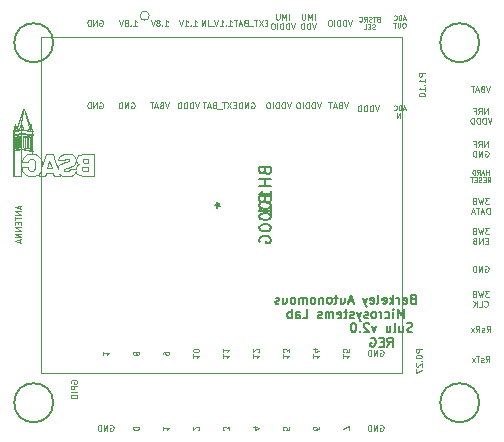
<source format=gbo>
G04 #@! TF.GenerationSoftware,KiCad,Pcbnew,(6.0.7)*
G04 #@! TF.CreationDate,2022-09-08T16:43:51-07:00*
G04 #@! TF.ProjectId,scum3c-devboard,7363756d-3363-42d6-9465-76626f617264,rev?*
G04 #@! TF.SameCoordinates,Original*
G04 #@! TF.FileFunction,Legend,Bot*
G04 #@! TF.FilePolarity,Positive*
%FSLAX46Y46*%
G04 Gerber Fmt 4.6, Leading zero omitted, Abs format (unit mm)*
G04 Created by KiCad (PCBNEW (6.0.7)) date 2022-09-08 16:43:51*
%MOMM*%
%LPD*%
G01*
G04 APERTURE LIST*
%ADD10C,0.150000*%
%ADD11C,0.100000*%
%ADD12C,0.080000*%
%ADD13C,0.127000*%
%ADD14C,0.120000*%
G04 APERTURE END LIST*
D10*
X116713000Y-84074000D02*
G75*
G03*
X116713000Y-84074000I-1651000J0D01*
G01*
X80645000Y-84074000D02*
G75*
G03*
X80645000Y-84074000I-1651000J0D01*
G01*
X116713000Y-53594000D02*
G75*
G03*
X116713000Y-53594000I-1651000J0D01*
G01*
D11*
X82683633Y-64690071D02*
X82742478Y-64739338D01*
X82742478Y-64739338D02*
X82811223Y-64778776D01*
X80333837Y-64622596D02*
X80614989Y-64622011D01*
X79113693Y-64866518D02*
X79225068Y-64822554D01*
X81172267Y-64690024D02*
X81193407Y-64707509D01*
X81421000Y-64847184D02*
X81567281Y-64888415D01*
X78861435Y-64912390D02*
X78992550Y-64896442D01*
X81958452Y-64905807D02*
X82078904Y-64882273D01*
X82078904Y-64882273D02*
X82187800Y-64845936D01*
X82187800Y-64845936D02*
X82286231Y-64796344D01*
X80020886Y-64738426D02*
X80052684Y-64623181D01*
X81202474Y-64779339D02*
X81172267Y-64690024D01*
X79987784Y-64858857D02*
X80020886Y-64738426D01*
X79425151Y-64685053D02*
X79509350Y-64591426D01*
X80614989Y-64622011D02*
X80647084Y-64743027D01*
X82608095Y-63486975D02*
X82612684Y-63567533D01*
X81566257Y-64363876D02*
X81568470Y-64332443D01*
X83067109Y-64851340D02*
X83173053Y-64861712D01*
X82335888Y-63997345D02*
X82407887Y-63939323D01*
X83173053Y-64861712D02*
X83666878Y-64864042D01*
X81780931Y-64489781D02*
X81702819Y-64480996D01*
X82904028Y-63080998D02*
X82836391Y-63108431D01*
X81568470Y-64332443D02*
X81581190Y-64302356D01*
X82715345Y-63192637D02*
X82667616Y-63252472D01*
X82476916Y-63856501D02*
X82524326Y-63760560D01*
X82806847Y-63873146D02*
X82830133Y-63890433D01*
X84123864Y-64864042D02*
X84123864Y-63946607D01*
X82054149Y-64299338D02*
X82052842Y-64305677D01*
X82836391Y-63108431D02*
X82777569Y-63141877D01*
X82557979Y-64189715D02*
X82545796Y-64273178D01*
X82674014Y-63978715D02*
X82622702Y-64038672D01*
X82750790Y-63822919D02*
X82806847Y-63873146D01*
X82633623Y-63322589D02*
X82612609Y-63404191D01*
X81634881Y-64251568D02*
X81725426Y-64211492D01*
X82407887Y-63939323D02*
X82476916Y-63856501D01*
X82110043Y-64103567D02*
X82246521Y-64048073D01*
X81871876Y-64481820D02*
X81780931Y-64489781D01*
X82550058Y-63651665D02*
X82554053Y-63529985D01*
X82583636Y-64110002D02*
X82557979Y-64189715D01*
X84123864Y-63029172D02*
X83650783Y-63029982D01*
X82811223Y-64778776D02*
X82887178Y-64810098D01*
X81642650Y-64460825D02*
X81610854Y-64441896D01*
X81603599Y-64274952D02*
X81634881Y-64251568D01*
X81901938Y-64162180D02*
X82110043Y-64103567D01*
X82667616Y-63252472D02*
X82633623Y-63322589D01*
X82008138Y-64401541D02*
X81949111Y-64451523D01*
X81587949Y-64419968D02*
X81573297Y-64394232D01*
X82044459Y-64334523D02*
X82008138Y-64401541D01*
X82808000Y-63898000D02*
X82736228Y-63931401D01*
X84123864Y-63946607D02*
X84123864Y-63029172D01*
X82612684Y-63567533D02*
X82644806Y-63671092D01*
X81949111Y-64451523D02*
X81871876Y-64481820D01*
X82777569Y-63141877D02*
X82715345Y-63192637D01*
X77604858Y-61285993D02*
X77311189Y-61351106D01*
X77738891Y-61622615D02*
X77733567Y-61638318D01*
X78381815Y-61335036D02*
X78381815Y-61335036D01*
X77308255Y-61058061D02*
X77308254Y-61058060D01*
X77311189Y-61351106D02*
X77308309Y-61229148D01*
X77798008Y-62453112D02*
X77798004Y-62453111D01*
X77311210Y-61063051D02*
X77308255Y-61058061D01*
X77848811Y-61631403D02*
X77843886Y-61620749D01*
X77732952Y-62044904D02*
X77733774Y-62422555D01*
X77896056Y-61264675D02*
X77890869Y-61271460D01*
X77932935Y-61269680D02*
X77932935Y-61258875D01*
X77313490Y-61104705D02*
X77553776Y-61040041D01*
X77890869Y-61271460D02*
X77657498Y-61323766D01*
X77733567Y-61638318D02*
X77732952Y-62044904D01*
X78127307Y-59322209D02*
X78143574Y-59243559D01*
X77370538Y-61388061D02*
X77309877Y-61399694D01*
X77441914Y-60807382D02*
X77441914Y-60807382D01*
X77435573Y-61018376D02*
X77441914Y-60807382D01*
X77308722Y-61389298D02*
X77308724Y-61389298D01*
X77933677Y-60950103D02*
X77939642Y-60951358D01*
X77308254Y-61058060D02*
X77363065Y-60845957D01*
X77309459Y-61380533D02*
X77599877Y-61319911D01*
X77843886Y-61620749D02*
X77829445Y-61599796D01*
X77553776Y-61040041D02*
X77843041Y-60963172D01*
X77308309Y-61229148D02*
X77308304Y-61229149D01*
X77450118Y-60588861D02*
X77575695Y-60990583D01*
X77575695Y-60990583D02*
X77505972Y-61011527D01*
X77619484Y-60754389D02*
X77604234Y-60754389D01*
X77811050Y-61585844D02*
X77788442Y-61581342D01*
X77932935Y-61258875D02*
X77936970Y-61249017D01*
X77897136Y-61193471D02*
X77895646Y-61221130D01*
X77841889Y-60672563D02*
X77765069Y-60941504D01*
X77418626Y-60645600D02*
X77405607Y-61033110D01*
X78143574Y-59243559D02*
X78640557Y-60696619D01*
X77308724Y-61389298D02*
X77309459Y-61380533D01*
X77939642Y-60951358D02*
X78844762Y-61083992D01*
X78032619Y-61232145D02*
X77930627Y-61216757D01*
X78838185Y-61401530D02*
X78381815Y-61335036D01*
X78597661Y-60826154D02*
X78546749Y-60975082D01*
X77309877Y-61399694D02*
X77308722Y-61389298D01*
X77746873Y-62462097D02*
X77798008Y-62453112D01*
X78640557Y-60696619D02*
X78597661Y-60826154D01*
X77751058Y-61599719D02*
X77738891Y-61622615D01*
X78827034Y-61041717D02*
X78747929Y-61029868D01*
X77737983Y-62460438D02*
X77746873Y-62462097D01*
X77733774Y-62422555D02*
X77737983Y-62460438D01*
X77897916Y-61057274D02*
X77897136Y-61193471D01*
X77599877Y-61319911D02*
X77893175Y-61259226D01*
X77308304Y-61106940D02*
X77313490Y-61104705D01*
X78841017Y-61353666D02*
X78485486Y-61300601D01*
X77604234Y-60754389D02*
X77590268Y-60749474D01*
X77448928Y-60597848D02*
X77450118Y-60588861D01*
X77930627Y-61149596D02*
X77932152Y-61016269D01*
X78485486Y-61300601D02*
X78485489Y-61300598D01*
X77932152Y-61016269D02*
X77933677Y-60950103D01*
X80679178Y-64864044D02*
X80955088Y-64864044D01*
X77944388Y-60457533D02*
X77994782Y-60606199D01*
X78833517Y-61036486D02*
X78833642Y-61042061D01*
X77765069Y-60941504D02*
X77623519Y-60979996D01*
X78072114Y-60846009D02*
X78097576Y-60934171D01*
X78040219Y-59849914D02*
X78127307Y-59322209D01*
X78369269Y-60974421D02*
X78369270Y-60974422D01*
X78833642Y-61042061D02*
X78827034Y-61041717D01*
X79509350Y-64591426D02*
X79519965Y-64578758D01*
X78747929Y-61029868D02*
X78747929Y-61029868D01*
X82571555Y-64505630D02*
X82615979Y-64605704D01*
X77935207Y-60741540D02*
X77944388Y-60457533D01*
X78992550Y-64896442D02*
X79113693Y-64866518D01*
X79706477Y-64864043D02*
X79986479Y-64864043D01*
X81734587Y-64910337D02*
X81851633Y-64911837D01*
X80647084Y-64743027D02*
X80679178Y-64864044D01*
X79473543Y-64719715D02*
X79426476Y-64862033D01*
X78707491Y-60682937D02*
X78724810Y-60568199D01*
X79426476Y-64862033D02*
X79706477Y-64864043D01*
X78091133Y-59355994D02*
X78004429Y-59880864D01*
X77623519Y-60979996D02*
X77619484Y-60867327D01*
X78536747Y-60998707D02*
X78369269Y-60974421D01*
X78097576Y-60934171D02*
X78014334Y-60922430D01*
X80955088Y-64864044D02*
X81230998Y-64864044D01*
X79225068Y-64822554D02*
X79326875Y-64764487D01*
X79986479Y-64864043D02*
X79987784Y-64858857D01*
X82551869Y-64493664D02*
X82561986Y-64474592D01*
X78747929Y-61029868D02*
X78675499Y-61018281D01*
X79326875Y-64764487D02*
X79425151Y-64685053D01*
X77994782Y-60606199D02*
X78072114Y-60846009D01*
X81296217Y-64786823D02*
X81421000Y-64847184D01*
X80052684Y-64623181D02*
X80333837Y-64622596D01*
X79519965Y-64578758D02*
X79473543Y-64719715D01*
X78129733Y-60938109D02*
X78040004Y-60663059D01*
X77436248Y-61030017D02*
X77435573Y-61018376D01*
X78724810Y-60568199D02*
X78833517Y-61036486D01*
X78369270Y-60974422D02*
X78167483Y-60944850D01*
X78167483Y-60944850D02*
X78129733Y-60938109D01*
X78040004Y-60663059D02*
X77951729Y-60389464D01*
X78675499Y-61018281D02*
X78707491Y-60682937D01*
X77933547Y-60910157D02*
X77935207Y-60741540D01*
X78014334Y-60922430D02*
X77933547Y-60910157D01*
X81230998Y-64864044D02*
X81202474Y-64779339D01*
X81193407Y-64707509D02*
X81296217Y-64786823D01*
X82561986Y-64474592D02*
X82571555Y-64505630D01*
X77619484Y-60867327D02*
X77619484Y-60867329D01*
X81567281Y-64888415D02*
X81734587Y-64910337D01*
X81851633Y-64911837D02*
X81958452Y-64905807D01*
X78014334Y-60922430D02*
X78014334Y-60922430D01*
X82375288Y-64733044D02*
X82430069Y-64681351D01*
X77441914Y-60807382D02*
X77448928Y-60597848D01*
X78004429Y-59880864D02*
X77917182Y-60405194D01*
X77505972Y-61011527D02*
X77436248Y-61030017D01*
X77590268Y-60749474D02*
X78091133Y-59355994D01*
X82520017Y-64559414D02*
X82551869Y-64493664D01*
X77951729Y-60389464D02*
X78040219Y-59849914D01*
X82430069Y-64681351D02*
X82478865Y-64622725D01*
X82286231Y-64796344D02*
X82375288Y-64733044D01*
X82478865Y-64622725D02*
X82520017Y-64559414D01*
X78546749Y-60975082D02*
X78536747Y-60998707D01*
X77917182Y-60405194D02*
X77841889Y-60672563D01*
X82615979Y-64605704D02*
X82683633Y-64690071D01*
X77619484Y-60867329D02*
X77619484Y-60754389D01*
X77596537Y-61617491D02*
X77569913Y-61650148D01*
X77834345Y-61485643D02*
X77839722Y-61477710D01*
X77575356Y-62489724D02*
X77621775Y-62480295D01*
X77405607Y-61033110D02*
X77359037Y-61050778D01*
X77568962Y-62485924D02*
X77575356Y-62489724D01*
X78381815Y-61335036D02*
X77932935Y-61269680D01*
X77788442Y-61581342D02*
X77767967Y-61584794D01*
X77897207Y-60948735D02*
X77897916Y-61057274D01*
X77849411Y-62032745D02*
X77848811Y-61631403D01*
X77363065Y-60845957D02*
X77418626Y-60645600D01*
X77359037Y-61050778D02*
X77311210Y-61063051D01*
X77893175Y-61259226D02*
X77896056Y-61264675D01*
X78091233Y-61590567D02*
X78086210Y-61601439D01*
X77767967Y-61584794D02*
X77751058Y-61599719D01*
X77510881Y-62488279D02*
X77512901Y-62093536D01*
X77308304Y-61229149D02*
X77308304Y-61106940D01*
X77306699Y-62056351D02*
X77308869Y-61446836D01*
X78154673Y-61542716D02*
X78128446Y-61552229D01*
X77867499Y-62580914D02*
X77576835Y-62624744D01*
X77333550Y-61561165D02*
X77327552Y-61569743D01*
X78128446Y-61552229D02*
X78106547Y-61568584D01*
X77621775Y-62480295D02*
X77621775Y-62480319D01*
X77507146Y-61692457D02*
X77477882Y-61658430D01*
X77798004Y-62453111D02*
X77845856Y-62439218D01*
X77654626Y-61629816D02*
X77637406Y-61617691D01*
X77512901Y-62093536D02*
X77512291Y-61705160D01*
X77893101Y-62577064D02*
X77867499Y-62580914D01*
X77477882Y-61658430D02*
X77455663Y-61654550D01*
X78845672Y-61218829D02*
X78841017Y-61353666D01*
X78845676Y-61394301D02*
X78844665Y-61401383D01*
X78485489Y-61300598D02*
X78032619Y-61232145D01*
X77461688Y-62505074D02*
X77461691Y-62505075D01*
X77353403Y-62530498D02*
X77353390Y-62530499D01*
X77621775Y-62480319D02*
X77670754Y-62467516D01*
X77829445Y-61599796D02*
X77811050Y-61585844D01*
X77637406Y-61617691D02*
X77596537Y-61617491D01*
X77843041Y-60963172D02*
X77897207Y-60948735D01*
X77564672Y-62071616D02*
X77564042Y-62481889D01*
X78844762Y-61083992D02*
X78845672Y-61218829D01*
X78086210Y-62024901D02*
X78090855Y-62453008D01*
X77564042Y-62481889D02*
X77568962Y-62485924D01*
X77593250Y-61537231D02*
X77834345Y-61485643D01*
X78788915Y-61377903D02*
X78843656Y-61385932D01*
X77895716Y-61315694D02*
X77894811Y-61946769D01*
X77405194Y-61710922D02*
X77402824Y-62114343D01*
X78240717Y-62476168D02*
X78240720Y-62476167D01*
X77327552Y-61569743D02*
X77327452Y-62050550D01*
X77845856Y-62439218D02*
X77849411Y-62032745D01*
X78106547Y-61568584D02*
X78091233Y-61590567D01*
X77503304Y-62495460D02*
X77510881Y-62488279D01*
X77936970Y-61249017D02*
X78338599Y-61309919D01*
X78843656Y-61385932D02*
X78845676Y-61394301D01*
X77512291Y-61705160D02*
X77507146Y-61692457D01*
X77308869Y-61446836D02*
X77408634Y-61423913D01*
X77895646Y-61221130D02*
X77604858Y-61285993D01*
X77431075Y-61660697D02*
X77415010Y-61680631D01*
X78338599Y-61309919D02*
X78788915Y-61377903D01*
X77356995Y-62056266D02*
X77356130Y-61585305D01*
X77930627Y-61216757D02*
X77930627Y-61149596D01*
X77657498Y-61323766D02*
X77370538Y-61388061D01*
X78844665Y-61401383D02*
X78838185Y-61401530D01*
X77332796Y-62529463D02*
X77353403Y-62530498D01*
X77670754Y-62467516D02*
X77674784Y-62063791D01*
X77308511Y-62664937D02*
X77306706Y-62056347D01*
X78901402Y-62729076D02*
X78892584Y-62724156D01*
X78720600Y-60491182D02*
X78709255Y-60492836D01*
X78864761Y-61046282D02*
X78799804Y-60768506D01*
X81320973Y-63824855D02*
X81205125Y-63897505D01*
X78908816Y-61085589D02*
X78914892Y-61071561D01*
X79522262Y-63328108D02*
X79446836Y-63236699D01*
X78734779Y-60490932D02*
X78720600Y-60491182D01*
X79692540Y-63802643D02*
X79670100Y-63670342D01*
X81205125Y-63897505D02*
X81158067Y-63939423D01*
X78799804Y-60768506D02*
X78734779Y-60490932D01*
X79365821Y-63160229D02*
X79260672Y-63089018D01*
X79260672Y-63089018D02*
X79147015Y-63035476D01*
X78884982Y-61049882D02*
X78864761Y-61046282D01*
X78935002Y-61369784D02*
X78902111Y-61363474D01*
X79697025Y-64052063D02*
X79698945Y-63999698D01*
X78942139Y-61389171D02*
X78942407Y-61377953D01*
X78873299Y-61398349D02*
X78874330Y-61391628D01*
X78874452Y-61359454D02*
X78873857Y-61224126D01*
X79147015Y-63035476D02*
X79025681Y-62999919D01*
X81025118Y-64250604D02*
X80819692Y-63639569D01*
X79025681Y-62999919D02*
X78897501Y-62982660D01*
X81158067Y-63939423D02*
X81118257Y-63985066D01*
X78873262Y-61088799D02*
X78888053Y-61090179D01*
X79633469Y-63545003D02*
X79583804Y-63429850D01*
X78914892Y-61071561D02*
X78909566Y-61057842D01*
X78887082Y-62762567D02*
X78893919Y-62761202D01*
X78875659Y-61406094D02*
X78873299Y-61398349D01*
X77234491Y-61423987D02*
X77228709Y-61441846D01*
X77282448Y-61053997D02*
X77281748Y-61068850D01*
X77240809Y-61457676D02*
X77273485Y-61456126D01*
X77235938Y-61087390D02*
X77229888Y-61101041D01*
X77243304Y-61120719D02*
X77263896Y-61119884D01*
X78893919Y-62761202D02*
X78906354Y-62747539D01*
X78874330Y-61391628D02*
X78880790Y-61391646D01*
X78709255Y-60492836D02*
X78707366Y-60498211D01*
X78707366Y-60498211D02*
X78656568Y-60650697D01*
X77229888Y-61101041D02*
X77233346Y-61112954D01*
X80614928Y-63029349D02*
X80327830Y-63029383D01*
X77231508Y-62686359D02*
X77230738Y-62702839D01*
X78897501Y-62982660D02*
X78888282Y-62982100D01*
X81118257Y-63985066D02*
X81085694Y-64034433D01*
X80327830Y-63029383D02*
X80040732Y-63029418D01*
X80819692Y-63639569D02*
X80614928Y-63029349D01*
X77279440Y-61407421D02*
X77259138Y-61413737D01*
X78886275Y-62618434D02*
X78884025Y-61984604D01*
X77590439Y-60949174D02*
X77520466Y-60725935D01*
X80040732Y-63029418D02*
X79869137Y-63540998D01*
X78892584Y-62724156D02*
X78886275Y-62618434D01*
X77279989Y-61387022D02*
X77280155Y-61396402D01*
X78236978Y-63734647D02*
X78504407Y-63734647D01*
X77280155Y-61396402D02*
X77279440Y-61407421D01*
X78125421Y-59176301D02*
X78120742Y-59186913D01*
X79583804Y-63429850D02*
X79522262Y-63328108D01*
X78887682Y-62872334D02*
X78887082Y-62762567D01*
X77259856Y-61076309D02*
X77235938Y-61087390D01*
X78884025Y-61984604D02*
X78887285Y-61456309D01*
X77263896Y-61119884D02*
X77280627Y-61116279D01*
X81060383Y-64087520D02*
X81042324Y-64144326D01*
X78928496Y-61397725D02*
X78942139Y-61389171D01*
X77233346Y-61112954D02*
X77243304Y-61120719D01*
X77241349Y-62676268D02*
X77231508Y-62686359D01*
X77450726Y-60504320D02*
X77424670Y-60508270D01*
X78942407Y-61377953D02*
X78935002Y-61369784D01*
X77259138Y-61413737D02*
X77234491Y-61423987D01*
X77971065Y-63726580D02*
X77969549Y-63734647D01*
X78504407Y-63734647D02*
X78505482Y-63729461D01*
X77591574Y-60866774D02*
X77590439Y-60949174D01*
X77353633Y-60774042D02*
X77282448Y-61053997D01*
X77278484Y-62713913D02*
X77277234Y-63275563D01*
X78909566Y-61057842D02*
X78884982Y-61049882D01*
X77277234Y-63275563D02*
X77274734Y-64367913D01*
X78888053Y-61090179D02*
X78908816Y-61085589D01*
X77240404Y-62713903D02*
X77261511Y-62715198D01*
X78909809Y-61447487D02*
X78914084Y-61434917D01*
X77970054Y-63718513D02*
X77971065Y-63726580D01*
X77550286Y-60780063D02*
X77571030Y-60782068D01*
X77278287Y-62667151D02*
X77265034Y-62669721D01*
X77591774Y-60782068D02*
X77591574Y-60866774D01*
X77280627Y-61116279D02*
X77282532Y-61234855D01*
X77228709Y-61441846D02*
X77240809Y-61457676D01*
X78656568Y-60650697D02*
X78402588Y-59913707D01*
X77280167Y-61354881D02*
X77247171Y-61363487D01*
X77273484Y-64898618D02*
X77603183Y-64898618D01*
X77281748Y-61068850D02*
X77259856Y-61076309D01*
X77424670Y-60508270D02*
X77353633Y-60774042D01*
X78149937Y-59176707D02*
X78138091Y-59175477D01*
X77520466Y-60725935D02*
X77450726Y-60504320D01*
X77969549Y-63734647D02*
X78236978Y-63734647D01*
X77273485Y-61456126D02*
X77281358Y-61454371D01*
X78402588Y-59913707D02*
X78149937Y-59176707D01*
X78894481Y-61410085D02*
X78875659Y-61406094D01*
X78873857Y-61224126D02*
X78873262Y-61088799D01*
X78902111Y-61363474D02*
X78874452Y-61359454D01*
X78906354Y-62747539D02*
X78901402Y-62729076D01*
X78880790Y-61391646D02*
X78928496Y-61397725D01*
X79869137Y-63540998D02*
X79697025Y-64052063D01*
X78887285Y-61456309D02*
X78909809Y-61447487D01*
X78909539Y-61418859D02*
X78894481Y-61410085D01*
X79670100Y-63670342D02*
X79633469Y-63545003D01*
X82554053Y-63529985D02*
X82540500Y-63428419D01*
X82540500Y-63428419D02*
X82511267Y-63336351D01*
X83068218Y-63043339D02*
X82981098Y-63059371D01*
X82246521Y-64048073D02*
X82335888Y-63997345D01*
X81811864Y-62981866D02*
X81685503Y-62986175D01*
X82887178Y-64810098D02*
X82972145Y-64834210D01*
X82052842Y-64305677D02*
X82044459Y-64334523D01*
X82013728Y-63508785D02*
X82006066Y-63550938D01*
X82981098Y-63059371D02*
X82904028Y-63080998D01*
X82972145Y-64834210D02*
X83067109Y-64851340D01*
X81832793Y-63660484D02*
X81666840Y-63706972D01*
X83201270Y-63032148D02*
X83068218Y-63043339D01*
X81725426Y-64211492D02*
X81901938Y-64162180D01*
X82830133Y-63890433D02*
X82808000Y-63898000D01*
X82545796Y-64273178D02*
X82544302Y-64299338D01*
X81702819Y-64480996D02*
X81642650Y-64460825D01*
X82612609Y-63404191D02*
X82608095Y-63486975D01*
X82736228Y-63931401D02*
X82674014Y-63978715D01*
X81341164Y-63561779D02*
X81608279Y-63561779D01*
X82622702Y-64038672D02*
X82583636Y-64110002D01*
X82299226Y-64299338D02*
X82054149Y-64299338D01*
X81610854Y-64441896D02*
X81587949Y-64419968D01*
X83666878Y-64864042D02*
X84123864Y-64864042D01*
X81573297Y-64394232D02*
X81566257Y-64363876D01*
X81581190Y-64302356D02*
X81603599Y-64274952D01*
X81948279Y-63610382D02*
X81898466Y-63636146D01*
X82700210Y-63766295D02*
X82750790Y-63822919D01*
X81983667Y-63582282D02*
X81948279Y-63610382D01*
X82544302Y-64299338D02*
X82299226Y-64299338D01*
X81529485Y-63016412D02*
X81399722Y-63067567D01*
X82644806Y-63671092D02*
X82700210Y-63766295D01*
X82524326Y-63760560D02*
X82550058Y-63651665D01*
X83650783Y-63029982D02*
X83201270Y-63032148D01*
X81657327Y-63462575D02*
X81699108Y-63432123D01*
X81458972Y-63767525D02*
X81320973Y-63824855D01*
X81950320Y-63419585D02*
X81984502Y-63439094D01*
X78888282Y-62982100D02*
X78887682Y-62872334D01*
X82006214Y-63466913D02*
X82013728Y-63508785D01*
X82006066Y-63550938D02*
X81983667Y-63582282D01*
X81274951Y-63153717D02*
X81222544Y-63207140D01*
X81177583Y-63266752D02*
X81114833Y-63391970D01*
X81399722Y-63067567D02*
X81334208Y-63107015D01*
X81031519Y-64204847D02*
X81025118Y-64250604D01*
X81074048Y-63561779D02*
X81341164Y-63561779D01*
X82466308Y-63253675D02*
X82405577Y-63180283D01*
X82084886Y-63011459D02*
X81939969Y-62986152D01*
X81608279Y-63561779D02*
X81612353Y-63543916D01*
X81699108Y-63432123D02*
X81762517Y-63410118D01*
X78914084Y-61434917D02*
X78909539Y-61418859D01*
X82210256Y-63052027D02*
X82084886Y-63011459D01*
X81075588Y-63549679D02*
X81074048Y-63561779D01*
X81984502Y-63439094D02*
X82006214Y-63466913D01*
X79446836Y-63236699D02*
X79365821Y-63160229D01*
X82316885Y-63108190D02*
X82210256Y-63052027D01*
X81042324Y-64144326D02*
X81031519Y-64204847D01*
X81222544Y-63207140D02*
X81177583Y-63266752D01*
X82511267Y-63336351D02*
X82466308Y-63253675D01*
X81685503Y-62986175D02*
X81529485Y-63016412D01*
X81334208Y-63107015D02*
X81274951Y-63153717D01*
X81612353Y-63543916D02*
X81626935Y-63504157D01*
X82405577Y-63180283D02*
X82316885Y-63108190D01*
X81091148Y-63471384D02*
X81075588Y-63549679D01*
X81762517Y-63410118D02*
X81840860Y-63404122D01*
X81114833Y-63391970D02*
X81091148Y-63471384D01*
X81939969Y-62986152D02*
X81811864Y-62981866D01*
X79698945Y-63999698D02*
X79692540Y-63802643D01*
X81902747Y-63408042D02*
X81950320Y-63419585D01*
X81666840Y-63706972D02*
X81458972Y-63767525D01*
X81840860Y-63404122D02*
X81902747Y-63408042D01*
X81085694Y-64034433D02*
X81060383Y-64087520D01*
X81626935Y-63504157D02*
X81657327Y-63462575D01*
X81898466Y-63636146D02*
X81832793Y-63660484D01*
X77415010Y-61680631D02*
X77405194Y-61710922D01*
X77576835Y-62624744D02*
X77308511Y-62664937D01*
X77674783Y-61663672D02*
X77668150Y-61649842D01*
X77461691Y-62505075D02*
X77503304Y-62495460D01*
X77408859Y-62511625D02*
X77418495Y-62512774D01*
X77829779Y-61461019D02*
X77333550Y-61561165D01*
X77418495Y-62512774D02*
X77461688Y-62505074D01*
X78665238Y-62538336D02*
X78668153Y-62106213D01*
X78575256Y-61595456D02*
X78535964Y-61609756D01*
X78098506Y-61482442D02*
X78397370Y-61524222D01*
X78706244Y-62503751D02*
X78708402Y-62560312D01*
X78160002Y-62466833D02*
X78230265Y-62476993D01*
X78734874Y-62566882D02*
X78739649Y-62364433D01*
X77306706Y-62056347D02*
X77306699Y-62056351D01*
X77569913Y-61650148D02*
X77564672Y-62071616D01*
X77668150Y-61649842D02*
X77654626Y-61629816D01*
X78086210Y-61601439D02*
X78086210Y-62024901D01*
X77839722Y-61477710D02*
X77829779Y-61461019D01*
X77408634Y-61423913D02*
X77895716Y-61315694D01*
X77404265Y-62476128D02*
X77408859Y-62511625D01*
X77327452Y-62050550D02*
X77332796Y-62529463D01*
X77353390Y-62530499D02*
X77356995Y-62056266D01*
X78635597Y-61609326D02*
X78608642Y-61596492D01*
X78230265Y-62476993D02*
X78240717Y-62476168D01*
X77356130Y-61585305D02*
X77593250Y-61537231D01*
X77402824Y-62114343D02*
X77404265Y-62476128D01*
X77674784Y-62063791D02*
X77674783Y-61663672D01*
X77894811Y-61946769D02*
X77893101Y-62577064D01*
X78608642Y-61596492D02*
X78575256Y-61595456D01*
X78708141Y-61566425D02*
X78706616Y-62062945D01*
X78668153Y-62106213D02*
X78666083Y-61667129D01*
X78090855Y-62453008D02*
X78160002Y-62466833D01*
X77455663Y-61654550D02*
X77431075Y-61660697D01*
X83078275Y-64205630D02*
X83103917Y-64159643D01*
X80240440Y-63914998D02*
X80331679Y-63586619D01*
X77932934Y-61949136D02*
X77932934Y-61316901D01*
X83559182Y-63608720D02*
X83559182Y-63762263D01*
X78859554Y-62980921D02*
X78830145Y-62980921D01*
X83273205Y-63758540D02*
X83221767Y-63743513D01*
X78851245Y-62299389D02*
X78852210Y-62718446D01*
X78706616Y-62062945D02*
X78706244Y-62503751D01*
X83407591Y-64436997D02*
X83230385Y-64432191D01*
X83181230Y-63718176D02*
X83152119Y-63682986D01*
X78460758Y-62504017D02*
X78460758Y-62074533D01*
X78397370Y-61524222D02*
X78699116Y-61565010D01*
X77932938Y-63162678D02*
X77932935Y-63162690D01*
X80329396Y-64239412D02*
X80150955Y-64239412D01*
X78858954Y-62869836D02*
X78859554Y-62980921D01*
X83280722Y-63459251D02*
X83420312Y-63456402D01*
X83245662Y-64102648D02*
X83449079Y-64096522D01*
X83559182Y-63455177D02*
X83559182Y-63608720D01*
X77954491Y-63695242D02*
X77934668Y-63703058D01*
X83152119Y-63682986D02*
X83134957Y-63638398D01*
X83191493Y-63480976D02*
X83223952Y-63468532D01*
X80506834Y-64236532D02*
X80329396Y-64239412D01*
X78174546Y-63233374D02*
X78108193Y-63319847D01*
X78011901Y-63529175D02*
X77982316Y-63651636D01*
X78691363Y-62989572D02*
X78557201Y-63013351D01*
X83134957Y-63638398D02*
X83132617Y-63599942D01*
X78089524Y-61473365D02*
X78098506Y-61482442D01*
X83420312Y-63456402D02*
X83559182Y-63455177D01*
X78830145Y-62980921D02*
X78691363Y-62989572D01*
X78640540Y-62686979D02*
X77996895Y-62591133D01*
X80150955Y-64239412D02*
X80240440Y-63914998D01*
X83103917Y-64159643D02*
X83147713Y-64127599D01*
X78342781Y-63097794D02*
X78252801Y-63159290D01*
X78444306Y-63049082D02*
X78342781Y-63097794D01*
X77939273Y-61318066D02*
X78262535Y-61365292D01*
X77982316Y-63651636D02*
X77974414Y-63685749D01*
X78262535Y-61365292D02*
X78847340Y-61451364D01*
X83559138Y-64438032D02*
X83407591Y-64436997D01*
X77974414Y-63685749D02*
X77954491Y-63695242D01*
X78847340Y-61451364D02*
X78851245Y-62299389D01*
X78535964Y-61609756D02*
X78509507Y-61639174D01*
X83230385Y-64432191D02*
X83230385Y-64432194D01*
X83167042Y-63499619D02*
X83191493Y-63480976D01*
X83559138Y-64096510D02*
X83559138Y-64267271D01*
X77932935Y-63162690D02*
X77932935Y-62623295D01*
X80331679Y-63586619D02*
X80419632Y-63908152D01*
X77996895Y-62591133D02*
X77932934Y-62581371D01*
X77932934Y-61316901D02*
X77939273Y-61318066D01*
X83140860Y-63541238D02*
X83167042Y-63499619D01*
X78734869Y-62566880D02*
X78734874Y-62566882D01*
X83221767Y-63743513D02*
X83181230Y-63718176D01*
X83132617Y-63599942D02*
X83140860Y-63541238D01*
X83559182Y-63762263D02*
X83427057Y-63762263D01*
X83559138Y-64267271D02*
X83559138Y-64438032D01*
X78108193Y-63319847D02*
X78053919Y-63418513D01*
X83273205Y-63758538D02*
X83273205Y-63758540D01*
X83449079Y-64096522D02*
X83559138Y-64096510D01*
X83147713Y-64127599D02*
X83189536Y-64112149D01*
X83427057Y-63762263D02*
X83273205Y-63758538D01*
X80419632Y-63908152D02*
X80506834Y-64236532D01*
X77932934Y-62581371D02*
X77932934Y-61949136D01*
X77939274Y-62624575D02*
X78743109Y-62741991D01*
X83189536Y-64112149D02*
X83245662Y-64102648D01*
X83223952Y-63468532D02*
X83280722Y-63459251D01*
X78301536Y-61619488D02*
X78294808Y-61633708D01*
X78432879Y-61589470D02*
X78413365Y-61577065D01*
X78326642Y-61588394D02*
X78301536Y-61619488D01*
X78413365Y-61577065D02*
X78365348Y-61572375D01*
X78447406Y-62515332D02*
X78455101Y-62509675D01*
X78738249Y-61540814D02*
X78419263Y-61492860D01*
X78655089Y-61633144D02*
X78635597Y-61609326D01*
X78459415Y-61674221D02*
X78455653Y-61624696D01*
X78252826Y-62051117D02*
X78251191Y-61618491D01*
X78251191Y-61618491D02*
X78243364Y-61587470D01*
X78656768Y-62546835D02*
X78656767Y-62546834D01*
X78419263Y-61492860D02*
X78098890Y-61452122D01*
X78712909Y-62571190D02*
X78724326Y-62572798D01*
X78294807Y-62059538D02*
X78299356Y-62489920D01*
X78247647Y-62470746D02*
X78251071Y-62429811D01*
X78739649Y-62364433D02*
X78741134Y-61857088D01*
X78455653Y-61624696D02*
X78447977Y-61607972D01*
X78502249Y-61652793D02*
X78502249Y-62087163D01*
X78666083Y-61667129D02*
X78655089Y-61633144D01*
X78699116Y-61565010D02*
X78708141Y-61566425D01*
X78852210Y-62718446D02*
X78846061Y-62717216D01*
X78509507Y-61639174D02*
X78502249Y-61652793D01*
X78090039Y-61460489D02*
X78089524Y-61473365D01*
X78229178Y-61564024D02*
X78208943Y-61548503D01*
X78708402Y-62560312D02*
X78712909Y-62571190D01*
X78460758Y-62074533D02*
X78459415Y-61674221D01*
X78447977Y-61607972D02*
X78432879Y-61589470D01*
X78846061Y-62717216D02*
X78640540Y-62686978D01*
X78299356Y-62489920D02*
X78309152Y-62495636D01*
X78741134Y-61857088D02*
X78738249Y-61540814D01*
X78294808Y-61633708D02*
X78294807Y-62059538D01*
X78365348Y-61572375D02*
X78326642Y-61588394D01*
X78502249Y-62087163D02*
X78506689Y-62525552D01*
X78724326Y-62572798D02*
X78734869Y-62566880D01*
X78243364Y-61587470D02*
X78229178Y-61564024D01*
X78240720Y-62476167D02*
X78247647Y-62470746D01*
X78182968Y-61541258D02*
X78154673Y-61542716D01*
X78575260Y-62538488D02*
X78645289Y-62548510D01*
X78645289Y-62548510D02*
X78656768Y-62546835D01*
X78640540Y-62686978D02*
X78640540Y-62686979D01*
X78309152Y-62495636D02*
X78447406Y-62515332D01*
X78455101Y-62509675D02*
X78455100Y-62509675D01*
X78506689Y-62525552D02*
X78575260Y-62538488D01*
X78656767Y-62546834D02*
X78665238Y-62538336D01*
X78098890Y-61452122D02*
X78090039Y-61460489D01*
X78208943Y-61548503D02*
X78182968Y-61541258D01*
X78251071Y-62429811D02*
X78252826Y-62051117D01*
X78455100Y-62509675D02*
X78460758Y-62504017D01*
X79048685Y-63559820D02*
X79089946Y-63645486D01*
X78743109Y-62741991D02*
X78858354Y-62758751D01*
X78252801Y-63159290D02*
X78174546Y-63233374D01*
X77905668Y-64870959D02*
X77603645Y-64870959D01*
X78699668Y-64450739D02*
X78653923Y-64429078D01*
X77996287Y-64320612D02*
X78038080Y-64444051D01*
X78673902Y-64908058D02*
X78861411Y-64912392D01*
X78681713Y-63456858D02*
X78770230Y-63432636D01*
X79000013Y-64403753D02*
X78961157Y-64429000D01*
X78557201Y-63013351D02*
X78444306Y-63049082D01*
X78868986Y-64459962D02*
X78813265Y-64464676D01*
X77306530Y-62705478D02*
X77602195Y-62661104D01*
X78514755Y-64197538D02*
X78507714Y-64159323D01*
X77603645Y-64870959D02*
X77301621Y-64870959D01*
X77966054Y-64162781D02*
X77969874Y-64191016D01*
X83169362Y-64417364D02*
X83123341Y-64392764D01*
X78551015Y-64311179D02*
X78529644Y-64257720D01*
X83091719Y-64357930D02*
X83073889Y-64312398D01*
X78861411Y-64912392D02*
X78861435Y-64912390D01*
X79130458Y-64102277D02*
X79105447Y-64233101D01*
X78858354Y-62758751D02*
X78858954Y-62869836D01*
X78813265Y-64464676D02*
X78752036Y-64462351D01*
X77932935Y-62623295D02*
X77939274Y-62624575D01*
X83230385Y-64432194D02*
X83169362Y-64417364D01*
X77964739Y-64154137D02*
X77966054Y-64162781D01*
X79105447Y-64233101D02*
X79062401Y-64332889D01*
X78323557Y-64788437D02*
X78402302Y-64832094D01*
X77305140Y-63171080D02*
X77306530Y-62705478D01*
X77934668Y-63703058D02*
X77932938Y-63162678D01*
X79062401Y-64332889D02*
X79033706Y-64371804D01*
X78518411Y-63665814D02*
X78554492Y-63574661D01*
X78509092Y-63708141D02*
X78518411Y-63665814D01*
X78529644Y-64257720D02*
X78514755Y-64197538D01*
X83123341Y-64392764D02*
X83091719Y-64357930D01*
X78053919Y-63418513D02*
X78011901Y-63529175D01*
X77281358Y-61454371D02*
X77279823Y-61701937D01*
X77279823Y-61701937D02*
X77278288Y-62308327D01*
X78138091Y-59175477D02*
X78125421Y-59176301D01*
X77274734Y-64367913D02*
X77273484Y-64898618D01*
X77932881Y-64317138D02*
X77932881Y-63735658D01*
X78578708Y-64357585D02*
X78551015Y-64311179D01*
X78038080Y-64444051D02*
X78091689Y-64548542D01*
X77603183Y-64898618D02*
X77932881Y-64898618D01*
X77932881Y-64898618D02*
X77932881Y-64317138D01*
X77265034Y-62669721D02*
X77241349Y-62676268D01*
X77900973Y-62617924D02*
X77904878Y-63745039D01*
X78158122Y-64642218D02*
X78236133Y-64721186D01*
X78506709Y-64154137D02*
X78235724Y-64154137D01*
X83073889Y-64312398D02*
X83070702Y-64258090D01*
X77950206Y-63727086D02*
X77970054Y-63718513D01*
X77230738Y-62702839D02*
X77240404Y-62713903D01*
X77602195Y-62661104D02*
X77900973Y-62617924D01*
X78944609Y-63459610D02*
X78994285Y-63494691D01*
X77261511Y-62715198D02*
X77278484Y-62713913D01*
X78961157Y-64429000D02*
X78916975Y-64447809D01*
X78236133Y-64721186D02*
X78323557Y-64788437D01*
X78486905Y-64866571D02*
X78577420Y-64891886D01*
X77904878Y-63745039D02*
X77905668Y-64870959D01*
X78994285Y-63494691D02*
X79048685Y-63559820D01*
X79089946Y-63645486D02*
X79118301Y-63752333D01*
X83070702Y-64258090D02*
X83078275Y-64205630D01*
X77969874Y-64191016D02*
X77996287Y-64320612D01*
X78770230Y-63432636D02*
X78830922Y-63431027D01*
X77302685Y-64253820D02*
X77305140Y-63171080D01*
X77282532Y-61234855D02*
X77280167Y-61354881D01*
X77834668Y-59986438D02*
X77550286Y-60780063D01*
X77278288Y-62308327D02*
X77278287Y-62667151D01*
X78916975Y-64447809D02*
X78868986Y-64459962D01*
X79118301Y-63752333D02*
X79133982Y-63881007D01*
X78752036Y-64462351D02*
X78699668Y-64450739D01*
X78120742Y-59186913D02*
X77834668Y-59986438D01*
X77571030Y-60782068D02*
X77591774Y-60782068D01*
X77932881Y-63735658D02*
X77950206Y-63727086D01*
X78402302Y-64832094D02*
X78486905Y-64866571D01*
X77301621Y-64870959D02*
X77302685Y-64253820D01*
X77247171Y-61363487D02*
X77212131Y-61375975D01*
X77212131Y-61375975D02*
X77210195Y-61387083D01*
X77210195Y-61387083D02*
X77216801Y-61395406D01*
X78507714Y-64159323D02*
X78506709Y-64154137D01*
X77216801Y-61395406D02*
X77274850Y-61386895D01*
X77274850Y-61386895D02*
X77279989Y-61387022D01*
X78653923Y-64429078D02*
X78612561Y-64396609D01*
X78505482Y-63729461D02*
X78509092Y-63708141D01*
X79033706Y-64371804D02*
X79000013Y-64403753D01*
X78612561Y-64396609D02*
X78578708Y-64357585D01*
X79133982Y-63881007D02*
X79130458Y-64102277D01*
X78830922Y-63431027D02*
X78884803Y-63436921D01*
X78554492Y-63574661D02*
X78609363Y-63504605D01*
X78235724Y-64154137D02*
X77964739Y-64154137D01*
X78884803Y-63436921D02*
X78944609Y-63459610D01*
X78091689Y-64548542D02*
X78158122Y-64642218D01*
X78577420Y-64891886D02*
X78673902Y-64908058D01*
X78609363Y-63504605D02*
X78681713Y-63456858D01*
D10*
X80645000Y-53594000D02*
G75*
G03*
X80645000Y-53594000I-1651000J0D01*
G01*
D11*
X84581952Y-51693000D02*
X84629571Y-51669190D01*
X84701000Y-51669190D01*
X84772428Y-51693000D01*
X84820047Y-51740619D01*
X84843857Y-51788238D01*
X84867666Y-51883476D01*
X84867666Y-51954904D01*
X84843857Y-52050142D01*
X84820047Y-52097761D01*
X84772428Y-52145380D01*
X84701000Y-52169190D01*
X84653380Y-52169190D01*
X84581952Y-52145380D01*
X84558142Y-52121571D01*
X84558142Y-51954904D01*
X84653380Y-51954904D01*
X84343857Y-52169190D02*
X84343857Y-51669190D01*
X84058142Y-52169190D01*
X84058142Y-51669190D01*
X83820047Y-52169190D02*
X83820047Y-51669190D01*
X83701000Y-51669190D01*
X83629571Y-51693000D01*
X83581952Y-51740619D01*
X83558142Y-51788238D01*
X83534333Y-51883476D01*
X83534333Y-51954904D01*
X83558142Y-52050142D01*
X83581952Y-52097761D01*
X83629571Y-52145380D01*
X83701000Y-52169190D01*
X83820047Y-52169190D01*
X92991666Y-58654190D02*
X92825000Y-59154190D01*
X92658333Y-58654190D01*
X92491666Y-59154190D02*
X92491666Y-58654190D01*
X92372619Y-58654190D01*
X92301190Y-58678000D01*
X92253571Y-58725619D01*
X92229761Y-58773238D01*
X92205952Y-58868476D01*
X92205952Y-58939904D01*
X92229761Y-59035142D01*
X92253571Y-59082761D01*
X92301190Y-59130380D01*
X92372619Y-59154190D01*
X92491666Y-59154190D01*
X91991666Y-59154190D02*
X91991666Y-58654190D01*
X91872619Y-58654190D01*
X91801190Y-58678000D01*
X91753571Y-58725619D01*
X91729761Y-58773238D01*
X91705952Y-58868476D01*
X91705952Y-58939904D01*
X91729761Y-59035142D01*
X91753571Y-59082761D01*
X91801190Y-59130380D01*
X91872619Y-59154190D01*
X91991666Y-59154190D01*
X91491666Y-59154190D02*
X91491666Y-58654190D01*
X91372619Y-58654190D01*
X91301190Y-58678000D01*
X91253571Y-58725619D01*
X91229761Y-58773238D01*
X91205952Y-58868476D01*
X91205952Y-58939904D01*
X91229761Y-59035142D01*
X91253571Y-59082761D01*
X91301190Y-59130380D01*
X91372619Y-59154190D01*
X91491666Y-59154190D01*
D12*
X108156285Y-51592428D02*
X108099142Y-51611476D01*
X108080095Y-51630523D01*
X108061047Y-51668619D01*
X108061047Y-51725761D01*
X108080095Y-51763857D01*
X108099142Y-51782904D01*
X108137238Y-51801952D01*
X108289619Y-51801952D01*
X108289619Y-51401952D01*
X108156285Y-51401952D01*
X108118190Y-51421000D01*
X108099142Y-51440047D01*
X108080095Y-51478142D01*
X108080095Y-51516238D01*
X108099142Y-51554333D01*
X108118190Y-51573380D01*
X108156285Y-51592428D01*
X108289619Y-51592428D01*
X107946761Y-51401952D02*
X107718190Y-51401952D01*
X107832476Y-51801952D02*
X107832476Y-51401952D01*
X107603904Y-51782904D02*
X107546761Y-51801952D01*
X107451523Y-51801952D01*
X107413428Y-51782904D01*
X107394380Y-51763857D01*
X107375333Y-51725761D01*
X107375333Y-51687666D01*
X107394380Y-51649571D01*
X107413428Y-51630523D01*
X107451523Y-51611476D01*
X107527714Y-51592428D01*
X107565809Y-51573380D01*
X107584857Y-51554333D01*
X107603904Y-51516238D01*
X107603904Y-51478142D01*
X107584857Y-51440047D01*
X107565809Y-51421000D01*
X107527714Y-51401952D01*
X107432476Y-51401952D01*
X107375333Y-51421000D01*
X106975333Y-51801952D02*
X107108666Y-51611476D01*
X107203904Y-51801952D02*
X107203904Y-51401952D01*
X107051523Y-51401952D01*
X107013428Y-51421000D01*
X106994380Y-51440047D01*
X106975333Y-51478142D01*
X106975333Y-51535285D01*
X106994380Y-51573380D01*
X107013428Y-51592428D01*
X107051523Y-51611476D01*
X107203904Y-51611476D01*
X106575333Y-51763857D02*
X106594380Y-51782904D01*
X106651523Y-51801952D01*
X106689619Y-51801952D01*
X106746761Y-51782904D01*
X106784857Y-51744809D01*
X106803904Y-51706714D01*
X106822952Y-51630523D01*
X106822952Y-51573380D01*
X106803904Y-51497190D01*
X106784857Y-51459095D01*
X106746761Y-51421000D01*
X106689619Y-51401952D01*
X106651523Y-51401952D01*
X106594380Y-51421000D01*
X106575333Y-51440047D01*
X107899142Y-52426904D02*
X107842000Y-52445952D01*
X107746761Y-52445952D01*
X107708666Y-52426904D01*
X107689619Y-52407857D01*
X107670571Y-52369761D01*
X107670571Y-52331666D01*
X107689619Y-52293571D01*
X107708666Y-52274523D01*
X107746761Y-52255476D01*
X107822952Y-52236428D01*
X107861047Y-52217380D01*
X107880095Y-52198333D01*
X107899142Y-52160238D01*
X107899142Y-52122142D01*
X107880095Y-52084047D01*
X107861047Y-52065000D01*
X107822952Y-52045952D01*
X107727714Y-52045952D01*
X107670571Y-52065000D01*
X107499142Y-52236428D02*
X107365809Y-52236428D01*
X107308666Y-52445952D02*
X107499142Y-52445952D01*
X107499142Y-52045952D01*
X107308666Y-52045952D01*
X106946761Y-52445952D02*
X107137238Y-52445952D01*
X107137238Y-52045952D01*
D11*
X105949619Y-51669190D02*
X105782952Y-52169190D01*
X105616285Y-51669190D01*
X105449619Y-52169190D02*
X105449619Y-51669190D01*
X105330571Y-51669190D01*
X105259142Y-51693000D01*
X105211523Y-51740619D01*
X105187714Y-51788238D01*
X105163904Y-51883476D01*
X105163904Y-51954904D01*
X105187714Y-52050142D01*
X105211523Y-52097761D01*
X105259142Y-52145380D01*
X105330571Y-52169190D01*
X105449619Y-52169190D01*
X104949619Y-52169190D02*
X104949619Y-51669190D01*
X104830571Y-51669190D01*
X104759142Y-51693000D01*
X104711523Y-51740619D01*
X104687714Y-51788238D01*
X104663904Y-51883476D01*
X104663904Y-51954904D01*
X104687714Y-52050142D01*
X104711523Y-52097761D01*
X104759142Y-52145380D01*
X104830571Y-52169190D01*
X104949619Y-52169190D01*
X104449619Y-52169190D02*
X104449619Y-51669190D01*
X104116285Y-51669190D02*
X104021047Y-51669190D01*
X103973428Y-51693000D01*
X103925809Y-51740619D01*
X103902000Y-51835857D01*
X103902000Y-52002523D01*
X103925809Y-52097761D01*
X103973428Y-52145380D01*
X104021047Y-52169190D01*
X104116285Y-52169190D01*
X104163904Y-52145380D01*
X104211523Y-52097761D01*
X104235333Y-52002523D01*
X104235333Y-51835857D01*
X104211523Y-51740619D01*
X104163904Y-51693000D01*
X104116285Y-51669190D01*
D12*
X110477238Y-51560666D02*
X110286761Y-51560666D01*
X110515333Y-51674952D02*
X110382000Y-51274952D01*
X110248666Y-51674952D01*
X110115333Y-51674952D02*
X110115333Y-51274952D01*
X110020095Y-51274952D01*
X109962952Y-51294000D01*
X109924857Y-51332095D01*
X109905809Y-51370190D01*
X109886761Y-51446380D01*
X109886761Y-51503523D01*
X109905809Y-51579714D01*
X109924857Y-51617809D01*
X109962952Y-51655904D01*
X110020095Y-51674952D01*
X110115333Y-51674952D01*
X109486761Y-51636857D02*
X109505809Y-51655904D01*
X109562952Y-51674952D01*
X109601047Y-51674952D01*
X109658190Y-51655904D01*
X109696285Y-51617809D01*
X109715333Y-51579714D01*
X109734380Y-51503523D01*
X109734380Y-51446380D01*
X109715333Y-51370190D01*
X109696285Y-51332095D01*
X109658190Y-51294000D01*
X109601047Y-51274952D01*
X109562952Y-51274952D01*
X109505809Y-51294000D01*
X109486761Y-51313047D01*
X110382000Y-51918952D02*
X110305809Y-51918952D01*
X110267714Y-51938000D01*
X110229619Y-51976095D01*
X110210571Y-52052285D01*
X110210571Y-52185619D01*
X110229619Y-52261809D01*
X110267714Y-52299904D01*
X110305809Y-52318952D01*
X110382000Y-52318952D01*
X110420095Y-52299904D01*
X110458190Y-52261809D01*
X110477238Y-52185619D01*
X110477238Y-52052285D01*
X110458190Y-51976095D01*
X110420095Y-51938000D01*
X110382000Y-51918952D01*
X110039142Y-51918952D02*
X110039142Y-52242761D01*
X110020095Y-52280857D01*
X110001047Y-52299904D01*
X109962952Y-52318952D01*
X109886761Y-52318952D01*
X109848666Y-52299904D01*
X109829619Y-52280857D01*
X109810571Y-52242761D01*
X109810571Y-51918952D01*
X109677238Y-51918952D02*
X109448666Y-51918952D01*
X109562952Y-52318952D02*
X109562952Y-51918952D01*
D11*
X85470952Y-85983000D02*
X85518571Y-85959190D01*
X85590000Y-85959190D01*
X85661428Y-85983000D01*
X85709047Y-86030619D01*
X85732857Y-86078238D01*
X85756666Y-86173476D01*
X85756666Y-86244904D01*
X85732857Y-86340142D01*
X85709047Y-86387761D01*
X85661428Y-86435380D01*
X85590000Y-86459190D01*
X85542380Y-86459190D01*
X85470952Y-86435380D01*
X85447142Y-86411571D01*
X85447142Y-86244904D01*
X85542380Y-86244904D01*
X85232857Y-86459190D02*
X85232857Y-85959190D01*
X84947142Y-86459190D01*
X84947142Y-85959190D01*
X84709047Y-86459190D02*
X84709047Y-85959190D01*
X84590000Y-85959190D01*
X84518571Y-85983000D01*
X84470952Y-86030619D01*
X84447142Y-86078238D01*
X84423333Y-86173476D01*
X84423333Y-86244904D01*
X84447142Y-86340142D01*
X84470952Y-86387761D01*
X84518571Y-86435380D01*
X84590000Y-86459190D01*
X84709047Y-86459190D01*
X108330952Y-85983000D02*
X108378571Y-85959190D01*
X108450000Y-85959190D01*
X108521428Y-85983000D01*
X108569047Y-86030619D01*
X108592857Y-86078238D01*
X108616666Y-86173476D01*
X108616666Y-86244904D01*
X108592857Y-86340142D01*
X108569047Y-86387761D01*
X108521428Y-86435380D01*
X108450000Y-86459190D01*
X108402380Y-86459190D01*
X108330952Y-86435380D01*
X108307142Y-86411571D01*
X108307142Y-86244904D01*
X108402380Y-86244904D01*
X108092857Y-86459190D02*
X108092857Y-85959190D01*
X107807142Y-86459190D01*
X107807142Y-85959190D01*
X107569047Y-86459190D02*
X107569047Y-85959190D01*
X107450000Y-85959190D01*
X107378571Y-85983000D01*
X107330952Y-86030619D01*
X107307142Y-86078238D01*
X107283333Y-86173476D01*
X107283333Y-86244904D01*
X107307142Y-86340142D01*
X107330952Y-86387761D01*
X107378571Y-86435380D01*
X107450000Y-86459190D01*
X107569047Y-86459190D01*
X105683809Y-86399666D02*
X105683809Y-86066333D01*
X105183809Y-86280619D01*
X89943809Y-86090142D02*
X89943809Y-86375857D01*
X89943809Y-86233000D02*
X90443809Y-86233000D01*
X90372380Y-86280619D01*
X90324761Y-86328238D01*
X90300952Y-86375857D01*
X95523809Y-86399666D02*
X95523809Y-86090142D01*
X95333333Y-86256809D01*
X95333333Y-86185380D01*
X95309523Y-86137761D01*
X95285714Y-86113952D01*
X95238095Y-86090142D01*
X95119047Y-86090142D01*
X95071428Y-86113952D01*
X95047619Y-86137761D01*
X95023809Y-86185380D01*
X95023809Y-86328238D01*
X95047619Y-86375857D01*
X95071428Y-86399666D01*
X87903809Y-86256809D02*
X87903809Y-86209190D01*
X87880000Y-86161571D01*
X87856190Y-86137761D01*
X87808571Y-86113952D01*
X87713333Y-86090142D01*
X87594285Y-86090142D01*
X87499047Y-86113952D01*
X87451428Y-86137761D01*
X87427619Y-86161571D01*
X87403809Y-86209190D01*
X87403809Y-86256809D01*
X87427619Y-86304428D01*
X87451428Y-86328238D01*
X87499047Y-86352047D01*
X87594285Y-86375857D01*
X87713333Y-86375857D01*
X87808571Y-86352047D01*
X87856190Y-86328238D01*
X87880000Y-86304428D01*
X87903809Y-86256809D01*
X97897142Y-86137761D02*
X97563809Y-86137761D01*
X98087619Y-86256809D02*
X97730476Y-86375857D01*
X97730476Y-86066333D01*
X100603809Y-86113952D02*
X100603809Y-86352047D01*
X100365714Y-86375857D01*
X100389523Y-86352047D01*
X100413333Y-86304428D01*
X100413333Y-86185380D01*
X100389523Y-86137761D01*
X100365714Y-86113952D01*
X100318095Y-86090142D01*
X100199047Y-86090142D01*
X100151428Y-86113952D01*
X100127619Y-86137761D01*
X100103809Y-86185380D01*
X100103809Y-86304428D01*
X100127619Y-86352047D01*
X100151428Y-86375857D01*
X92936190Y-86375857D02*
X92960000Y-86352047D01*
X92983809Y-86304428D01*
X92983809Y-86185380D01*
X92960000Y-86137761D01*
X92936190Y-86113952D01*
X92888571Y-86090142D01*
X92840952Y-86090142D01*
X92769523Y-86113952D01*
X92483809Y-86399666D01*
X92483809Y-86090142D01*
X103143809Y-86137761D02*
X103143809Y-86233000D01*
X103120000Y-86280619D01*
X103096190Y-86304428D01*
X103024761Y-86352047D01*
X102929523Y-86375857D01*
X102739047Y-86375857D01*
X102691428Y-86352047D01*
X102667619Y-86328238D01*
X102643809Y-86280619D01*
X102643809Y-86185380D01*
X102667619Y-86137761D01*
X102691428Y-86113952D01*
X102739047Y-86090142D01*
X102858095Y-86090142D01*
X102905714Y-86113952D01*
X102929523Y-86137761D01*
X102953333Y-86185380D01*
X102953333Y-86280619D01*
X102929523Y-86328238D01*
X102905714Y-86352047D01*
X102858095Y-86375857D01*
X100103809Y-79978238D02*
X100103809Y-80263952D01*
X100103809Y-80121095D02*
X100603809Y-80121095D01*
X100532380Y-80168714D01*
X100484761Y-80216333D01*
X100460952Y-80263952D01*
X100603809Y-79811571D02*
X100603809Y-79502047D01*
X100413333Y-79668714D01*
X100413333Y-79597285D01*
X100389523Y-79549666D01*
X100365714Y-79525857D01*
X100318095Y-79502047D01*
X100199047Y-79502047D01*
X100151428Y-79525857D01*
X100127619Y-79549666D01*
X100103809Y-79597285D01*
X100103809Y-79740142D01*
X100127619Y-79787761D01*
X100151428Y-79811571D01*
X97563809Y-79978238D02*
X97563809Y-80263952D01*
X97563809Y-80121095D02*
X98063809Y-80121095D01*
X97992380Y-80168714D01*
X97944761Y-80216333D01*
X97920952Y-80263952D01*
X98016190Y-79787761D02*
X98040000Y-79763952D01*
X98063809Y-79716333D01*
X98063809Y-79597285D01*
X98040000Y-79549666D01*
X98016190Y-79525857D01*
X97968571Y-79502047D01*
X97920952Y-79502047D01*
X97849523Y-79525857D01*
X97563809Y-79811571D01*
X97563809Y-79502047D01*
X89943809Y-79978238D02*
X89943809Y-79883000D01*
X89967619Y-79835380D01*
X89991428Y-79811571D01*
X90062857Y-79763952D01*
X90158095Y-79740142D01*
X90348571Y-79740142D01*
X90396190Y-79763952D01*
X90420000Y-79787761D01*
X90443809Y-79835380D01*
X90443809Y-79930619D01*
X90420000Y-79978238D01*
X90396190Y-80002047D01*
X90348571Y-80025857D01*
X90229523Y-80025857D01*
X90181904Y-80002047D01*
X90158095Y-79978238D01*
X90134285Y-79930619D01*
X90134285Y-79835380D01*
X90158095Y-79787761D01*
X90181904Y-79763952D01*
X90229523Y-79740142D01*
X95023809Y-79978238D02*
X95023809Y-80263952D01*
X95023809Y-80121095D02*
X95523809Y-80121095D01*
X95452380Y-80168714D01*
X95404761Y-80216333D01*
X95380952Y-80263952D01*
X95023809Y-79502047D02*
X95023809Y-79787761D01*
X95023809Y-79644904D02*
X95523809Y-79644904D01*
X95452380Y-79692523D01*
X95404761Y-79740142D01*
X95380952Y-79787761D01*
X84863809Y-79740142D02*
X84863809Y-80025857D01*
X84863809Y-79883000D02*
X85363809Y-79883000D01*
X85292380Y-79930619D01*
X85244761Y-79978238D01*
X85220952Y-80025857D01*
X108330952Y-79633000D02*
X108378571Y-79609190D01*
X108450000Y-79609190D01*
X108521428Y-79633000D01*
X108569047Y-79680619D01*
X108592857Y-79728238D01*
X108616666Y-79823476D01*
X108616666Y-79894904D01*
X108592857Y-79990142D01*
X108569047Y-80037761D01*
X108521428Y-80085380D01*
X108450000Y-80109190D01*
X108402380Y-80109190D01*
X108330952Y-80085380D01*
X108307142Y-80061571D01*
X108307142Y-79894904D01*
X108402380Y-79894904D01*
X108092857Y-80109190D02*
X108092857Y-79609190D01*
X107807142Y-80109190D01*
X107807142Y-79609190D01*
X107569047Y-80109190D02*
X107569047Y-79609190D01*
X107450000Y-79609190D01*
X107378571Y-79633000D01*
X107330952Y-79680619D01*
X107307142Y-79728238D01*
X107283333Y-79823476D01*
X107283333Y-79894904D01*
X107307142Y-79990142D01*
X107330952Y-80037761D01*
X107378571Y-80085380D01*
X107450000Y-80109190D01*
X107569047Y-80109190D01*
X105183809Y-79978238D02*
X105183809Y-80263952D01*
X105183809Y-80121095D02*
X105683809Y-80121095D01*
X105612380Y-80168714D01*
X105564761Y-80216333D01*
X105540952Y-80263952D01*
X105683809Y-79525857D02*
X105683809Y-79763952D01*
X105445714Y-79787761D01*
X105469523Y-79763952D01*
X105493333Y-79716333D01*
X105493333Y-79597285D01*
X105469523Y-79549666D01*
X105445714Y-79525857D01*
X105398095Y-79502047D01*
X105279047Y-79502047D01*
X105231428Y-79525857D01*
X105207619Y-79549666D01*
X105183809Y-79597285D01*
X105183809Y-79716333D01*
X105207619Y-79763952D01*
X105231428Y-79787761D01*
X102643809Y-79978238D02*
X102643809Y-80263952D01*
X102643809Y-80121095D02*
X103143809Y-80121095D01*
X103072380Y-80168714D01*
X103024761Y-80216333D01*
X103000952Y-80263952D01*
X102977142Y-79549666D02*
X102643809Y-79549666D01*
X103167619Y-79668714D02*
X102810476Y-79787761D01*
X102810476Y-79478238D01*
X87689523Y-79930619D02*
X87713333Y-79978238D01*
X87737142Y-80002047D01*
X87784761Y-80025857D01*
X87808571Y-80025857D01*
X87856190Y-80002047D01*
X87880000Y-79978238D01*
X87903809Y-79930619D01*
X87903809Y-79835380D01*
X87880000Y-79787761D01*
X87856190Y-79763952D01*
X87808571Y-79740142D01*
X87784761Y-79740142D01*
X87737142Y-79763952D01*
X87713333Y-79787761D01*
X87689523Y-79835380D01*
X87689523Y-79930619D01*
X87665714Y-79978238D01*
X87641904Y-80002047D01*
X87594285Y-80025857D01*
X87499047Y-80025857D01*
X87451428Y-80002047D01*
X87427619Y-79978238D01*
X87403809Y-79930619D01*
X87403809Y-79835380D01*
X87427619Y-79787761D01*
X87451428Y-79763952D01*
X87499047Y-79740142D01*
X87594285Y-79740142D01*
X87641904Y-79763952D01*
X87665714Y-79787761D01*
X87689523Y-79835380D01*
X92483809Y-79978238D02*
X92483809Y-80263952D01*
X92483809Y-80121095D02*
X92983809Y-80121095D01*
X92912380Y-80168714D01*
X92864761Y-80216333D01*
X92840952Y-80263952D01*
X92983809Y-79668714D02*
X92983809Y-79621095D01*
X92960000Y-79573476D01*
X92936190Y-79549666D01*
X92888571Y-79525857D01*
X92793333Y-79502047D01*
X92674285Y-79502047D01*
X92579047Y-79525857D01*
X92531428Y-79549666D01*
X92507619Y-79573476D01*
X92483809Y-79621095D01*
X92483809Y-79668714D01*
X92507619Y-79716333D01*
X92531428Y-79740142D01*
X92579047Y-79763952D01*
X92674285Y-79787761D01*
X92793333Y-79787761D01*
X92888571Y-79763952D01*
X92936190Y-79740142D01*
X92960000Y-79716333D01*
X92983809Y-79668714D01*
X117542380Y-74634690D02*
X117232857Y-74634690D01*
X117399523Y-74825166D01*
X117328095Y-74825166D01*
X117280476Y-74848976D01*
X117256666Y-74872785D01*
X117232857Y-74920404D01*
X117232857Y-75039452D01*
X117256666Y-75087071D01*
X117280476Y-75110880D01*
X117328095Y-75134690D01*
X117470952Y-75134690D01*
X117518571Y-75110880D01*
X117542380Y-75087071D01*
X117066190Y-74634690D02*
X116947142Y-75134690D01*
X116851904Y-74777547D01*
X116756666Y-75134690D01*
X116637619Y-74634690D01*
X116280476Y-74872785D02*
X116209047Y-74896595D01*
X116185238Y-74920404D01*
X116161428Y-74968023D01*
X116161428Y-75039452D01*
X116185238Y-75087071D01*
X116209047Y-75110880D01*
X116256666Y-75134690D01*
X116447142Y-75134690D01*
X116447142Y-74634690D01*
X116280476Y-74634690D01*
X116232857Y-74658500D01*
X116209047Y-74682309D01*
X116185238Y-74729928D01*
X116185238Y-74777547D01*
X116209047Y-74825166D01*
X116232857Y-74848976D01*
X116280476Y-74872785D01*
X116447142Y-74872785D01*
X117137619Y-75892071D02*
X117161428Y-75915880D01*
X117232857Y-75939690D01*
X117280476Y-75939690D01*
X117351904Y-75915880D01*
X117399523Y-75868261D01*
X117423333Y-75820642D01*
X117447142Y-75725404D01*
X117447142Y-75653976D01*
X117423333Y-75558738D01*
X117399523Y-75511119D01*
X117351904Y-75463500D01*
X117280476Y-75439690D01*
X117232857Y-75439690D01*
X117161428Y-75463500D01*
X117137619Y-75487309D01*
X116685238Y-75939690D02*
X116923333Y-75939690D01*
X116923333Y-75439690D01*
X116518571Y-75939690D02*
X116518571Y-75439690D01*
X116232857Y-75939690D02*
X116447142Y-75653976D01*
X116232857Y-75439690D02*
X116518571Y-75725404D01*
X117661428Y-57257190D02*
X117494761Y-57757190D01*
X117328095Y-57257190D01*
X116994761Y-57495285D02*
X116923333Y-57519095D01*
X116899523Y-57542904D01*
X116875714Y-57590523D01*
X116875714Y-57661952D01*
X116899523Y-57709571D01*
X116923333Y-57733380D01*
X116970952Y-57757190D01*
X117161428Y-57757190D01*
X117161428Y-57257190D01*
X116994761Y-57257190D01*
X116947142Y-57281000D01*
X116923333Y-57304809D01*
X116899523Y-57352428D01*
X116899523Y-57400047D01*
X116923333Y-57447666D01*
X116947142Y-57471476D01*
X116994761Y-57495285D01*
X117161428Y-57495285D01*
X116685238Y-57614333D02*
X116447142Y-57614333D01*
X116732857Y-57757190D02*
X116566190Y-57257190D01*
X116399523Y-57757190D01*
X116304285Y-57257190D02*
X116018571Y-57257190D01*
X116161428Y-57757190D02*
X116161428Y-57257190D01*
D12*
X117525714Y-64755952D02*
X117525714Y-64355952D01*
X117525714Y-64546428D02*
X117297142Y-64546428D01*
X117297142Y-64755952D02*
X117297142Y-64355952D01*
X117125714Y-64641666D02*
X116935238Y-64641666D01*
X117163809Y-64755952D02*
X117030476Y-64355952D01*
X116897142Y-64755952D01*
X116535238Y-64755952D02*
X116668571Y-64565476D01*
X116763809Y-64755952D02*
X116763809Y-64355952D01*
X116611428Y-64355952D01*
X116573333Y-64375000D01*
X116554285Y-64394047D01*
X116535238Y-64432142D01*
X116535238Y-64489285D01*
X116554285Y-64527380D01*
X116573333Y-64546428D01*
X116611428Y-64565476D01*
X116763809Y-64565476D01*
X116363809Y-64755952D02*
X116363809Y-64355952D01*
X116268571Y-64355952D01*
X116211428Y-64375000D01*
X116173333Y-64413095D01*
X116154285Y-64451190D01*
X116135238Y-64527380D01*
X116135238Y-64584523D01*
X116154285Y-64660714D01*
X116173333Y-64698809D01*
X116211428Y-64736904D01*
X116268571Y-64755952D01*
X116363809Y-64755952D01*
X117420952Y-65399952D02*
X117554285Y-65209476D01*
X117649523Y-65399952D02*
X117649523Y-64999952D01*
X117497142Y-64999952D01*
X117459047Y-65019000D01*
X117440000Y-65038047D01*
X117420952Y-65076142D01*
X117420952Y-65133285D01*
X117440000Y-65171380D01*
X117459047Y-65190428D01*
X117497142Y-65209476D01*
X117649523Y-65209476D01*
X117249523Y-65190428D02*
X117116190Y-65190428D01*
X117059047Y-65399952D02*
X117249523Y-65399952D01*
X117249523Y-64999952D01*
X117059047Y-64999952D01*
X116906666Y-65380904D02*
X116849523Y-65399952D01*
X116754285Y-65399952D01*
X116716190Y-65380904D01*
X116697142Y-65361857D01*
X116678095Y-65323761D01*
X116678095Y-65285666D01*
X116697142Y-65247571D01*
X116716190Y-65228523D01*
X116754285Y-65209476D01*
X116830476Y-65190428D01*
X116868571Y-65171380D01*
X116887619Y-65152333D01*
X116906666Y-65114238D01*
X116906666Y-65076142D01*
X116887619Y-65038047D01*
X116868571Y-65019000D01*
X116830476Y-64999952D01*
X116735238Y-64999952D01*
X116678095Y-65019000D01*
X116506666Y-65190428D02*
X116373333Y-65190428D01*
X116316190Y-65399952D02*
X116506666Y-65399952D01*
X116506666Y-64999952D01*
X116316190Y-64999952D01*
X116201904Y-64999952D02*
X115973333Y-64999952D01*
X116087619Y-65399952D02*
X116087619Y-64999952D01*
D11*
X117542380Y-69300690D02*
X117232857Y-69300690D01*
X117399523Y-69491166D01*
X117328095Y-69491166D01*
X117280476Y-69514976D01*
X117256666Y-69538785D01*
X117232857Y-69586404D01*
X117232857Y-69705452D01*
X117256666Y-69753071D01*
X117280476Y-69776880D01*
X117328095Y-69800690D01*
X117470952Y-69800690D01*
X117518571Y-69776880D01*
X117542380Y-69753071D01*
X117066190Y-69300690D02*
X116947142Y-69800690D01*
X116851904Y-69443547D01*
X116756666Y-69800690D01*
X116637619Y-69300690D01*
X116280476Y-69538785D02*
X116209047Y-69562595D01*
X116185238Y-69586404D01*
X116161428Y-69634023D01*
X116161428Y-69705452D01*
X116185238Y-69753071D01*
X116209047Y-69776880D01*
X116256666Y-69800690D01*
X116447142Y-69800690D01*
X116447142Y-69300690D01*
X116280476Y-69300690D01*
X116232857Y-69324500D01*
X116209047Y-69348309D01*
X116185238Y-69395928D01*
X116185238Y-69443547D01*
X116209047Y-69491166D01*
X116232857Y-69514976D01*
X116280476Y-69538785D01*
X116447142Y-69538785D01*
X117459047Y-70343785D02*
X117292380Y-70343785D01*
X117220952Y-70605690D02*
X117459047Y-70605690D01*
X117459047Y-70105690D01*
X117220952Y-70105690D01*
X117006666Y-70605690D02*
X117006666Y-70105690D01*
X116720952Y-70605690D01*
X116720952Y-70105690D01*
X116316190Y-70343785D02*
X116244761Y-70367595D01*
X116220952Y-70391404D01*
X116197142Y-70439023D01*
X116197142Y-70510452D01*
X116220952Y-70558071D01*
X116244761Y-70581880D01*
X116292380Y-70605690D01*
X116482857Y-70605690D01*
X116482857Y-70105690D01*
X116316190Y-70105690D01*
X116268571Y-70129500D01*
X116244761Y-70153309D01*
X116220952Y-70200928D01*
X116220952Y-70248547D01*
X116244761Y-70296166D01*
X116268571Y-70319976D01*
X116316190Y-70343785D01*
X116482857Y-70343785D01*
X117340000Y-78077190D02*
X117506666Y-77839095D01*
X117625714Y-78077190D02*
X117625714Y-77577190D01*
X117435238Y-77577190D01*
X117387619Y-77601000D01*
X117363809Y-77624809D01*
X117340000Y-77672428D01*
X117340000Y-77743857D01*
X117363809Y-77791476D01*
X117387619Y-77815285D01*
X117435238Y-77839095D01*
X117625714Y-77839095D01*
X117149523Y-78053380D02*
X117101904Y-78077190D01*
X117006666Y-78077190D01*
X116959047Y-78053380D01*
X116935238Y-78005761D01*
X116935238Y-77981952D01*
X116959047Y-77934333D01*
X117006666Y-77910523D01*
X117078095Y-77910523D01*
X117125714Y-77886714D01*
X117149523Y-77839095D01*
X117149523Y-77815285D01*
X117125714Y-77767666D01*
X117078095Y-77743857D01*
X117006666Y-77743857D01*
X116959047Y-77767666D01*
X116435238Y-78077190D02*
X116601904Y-77839095D01*
X116720952Y-78077190D02*
X116720952Y-77577190D01*
X116530476Y-77577190D01*
X116482857Y-77601000D01*
X116459047Y-77624809D01*
X116435238Y-77672428D01*
X116435238Y-77743857D01*
X116459047Y-77791476D01*
X116482857Y-77815285D01*
X116530476Y-77839095D01*
X116720952Y-77839095D01*
X116268571Y-78077190D02*
X116006666Y-77743857D01*
X116268571Y-77743857D02*
X116006666Y-78077190D01*
X117220952Y-72521000D02*
X117268571Y-72497190D01*
X117340000Y-72497190D01*
X117411428Y-72521000D01*
X117459047Y-72568619D01*
X117482857Y-72616238D01*
X117506666Y-72711476D01*
X117506666Y-72782904D01*
X117482857Y-72878142D01*
X117459047Y-72925761D01*
X117411428Y-72973380D01*
X117340000Y-72997190D01*
X117292380Y-72997190D01*
X117220952Y-72973380D01*
X117197142Y-72949571D01*
X117197142Y-72782904D01*
X117292380Y-72782904D01*
X116982857Y-72997190D02*
X116982857Y-72497190D01*
X116697142Y-72997190D01*
X116697142Y-72497190D01*
X116459047Y-72997190D02*
X116459047Y-72497190D01*
X116340000Y-72497190D01*
X116268571Y-72521000D01*
X116220952Y-72568619D01*
X116197142Y-72616238D01*
X116173333Y-72711476D01*
X116173333Y-72782904D01*
X116197142Y-72878142D01*
X116220952Y-72925761D01*
X116268571Y-72973380D01*
X116340000Y-72997190D01*
X116459047Y-72997190D01*
X117447142Y-59640690D02*
X117447142Y-59140690D01*
X117161428Y-59640690D01*
X117161428Y-59140690D01*
X116637619Y-59640690D02*
X116804285Y-59402595D01*
X116923333Y-59640690D02*
X116923333Y-59140690D01*
X116732857Y-59140690D01*
X116685238Y-59164500D01*
X116661428Y-59188309D01*
X116637619Y-59235928D01*
X116637619Y-59307357D01*
X116661428Y-59354976D01*
X116685238Y-59378785D01*
X116732857Y-59402595D01*
X116923333Y-59402595D01*
X116256666Y-59378785D02*
X116423333Y-59378785D01*
X116423333Y-59640690D02*
X116423333Y-59140690D01*
X116185238Y-59140690D01*
X117756666Y-59945690D02*
X117590000Y-60445690D01*
X117423333Y-59945690D01*
X117256666Y-60445690D02*
X117256666Y-59945690D01*
X117137619Y-59945690D01*
X117066190Y-59969500D01*
X117018571Y-60017119D01*
X116994761Y-60064738D01*
X116970952Y-60159976D01*
X116970952Y-60231404D01*
X116994761Y-60326642D01*
X117018571Y-60374261D01*
X117066190Y-60421880D01*
X117137619Y-60445690D01*
X117256666Y-60445690D01*
X116756666Y-60445690D02*
X116756666Y-59945690D01*
X116637619Y-59945690D01*
X116566190Y-59969500D01*
X116518571Y-60017119D01*
X116494761Y-60064738D01*
X116470952Y-60159976D01*
X116470952Y-60231404D01*
X116494761Y-60326642D01*
X116518571Y-60374261D01*
X116566190Y-60421880D01*
X116637619Y-60445690D01*
X116756666Y-60445690D01*
X116256666Y-60445690D02*
X116256666Y-59945690D01*
X116137619Y-59945690D01*
X116066190Y-59969500D01*
X116018571Y-60017119D01*
X115994761Y-60064738D01*
X115970952Y-60159976D01*
X115970952Y-60231404D01*
X115994761Y-60326642D01*
X116018571Y-60374261D01*
X116066190Y-60421880D01*
X116137619Y-60445690D01*
X116256666Y-60445690D01*
X117280476Y-80617190D02*
X117447142Y-80379095D01*
X117566190Y-80617190D02*
X117566190Y-80117190D01*
X117375714Y-80117190D01*
X117328095Y-80141000D01*
X117304285Y-80164809D01*
X117280476Y-80212428D01*
X117280476Y-80283857D01*
X117304285Y-80331476D01*
X117328095Y-80355285D01*
X117375714Y-80379095D01*
X117566190Y-80379095D01*
X117090000Y-80593380D02*
X117042380Y-80617190D01*
X116947142Y-80617190D01*
X116899523Y-80593380D01*
X116875714Y-80545761D01*
X116875714Y-80521952D01*
X116899523Y-80474333D01*
X116947142Y-80450523D01*
X117018571Y-80450523D01*
X117066190Y-80426714D01*
X117090000Y-80379095D01*
X117090000Y-80355285D01*
X117066190Y-80307666D01*
X117018571Y-80283857D01*
X116947142Y-80283857D01*
X116899523Y-80307666D01*
X116732857Y-80117190D02*
X116447142Y-80117190D01*
X116590000Y-80617190D02*
X116590000Y-80117190D01*
X116328095Y-80617190D02*
X116066190Y-80283857D01*
X116328095Y-80283857D02*
X116066190Y-80617190D01*
X77807333Y-67425285D02*
X77807333Y-67663380D01*
X77950190Y-67377666D02*
X77450190Y-67544333D01*
X77950190Y-67711000D01*
X77950190Y-67877666D02*
X77450190Y-67877666D01*
X77950190Y-68163380D01*
X77450190Y-68163380D01*
X77450190Y-68330047D02*
X77450190Y-68615761D01*
X77950190Y-68472904D02*
X77450190Y-68472904D01*
X77688285Y-68782428D02*
X77688285Y-68949095D01*
X77950190Y-69020523D02*
X77950190Y-68782428D01*
X77450190Y-68782428D01*
X77450190Y-69020523D01*
X77950190Y-69234809D02*
X77450190Y-69234809D01*
X77950190Y-69520523D01*
X77450190Y-69520523D01*
X77950190Y-69758619D02*
X77450190Y-69758619D01*
X77950190Y-70044333D01*
X77450190Y-70044333D01*
X77807333Y-70258619D02*
X77807333Y-70496714D01*
X77950190Y-70211000D02*
X77450190Y-70377666D01*
X77950190Y-70544333D01*
X82173000Y-82431000D02*
X82149190Y-82383380D01*
X82149190Y-82311952D01*
X82173000Y-82240523D01*
X82220619Y-82192904D01*
X82268238Y-82169095D01*
X82363476Y-82145285D01*
X82434904Y-82145285D01*
X82530142Y-82169095D01*
X82577761Y-82192904D01*
X82625380Y-82240523D01*
X82649190Y-82311952D01*
X82649190Y-82359571D01*
X82625380Y-82431000D01*
X82601571Y-82454809D01*
X82434904Y-82454809D01*
X82434904Y-82359571D01*
X82649190Y-82669095D02*
X82149190Y-82669095D01*
X82149190Y-82859571D01*
X82173000Y-82907190D01*
X82196809Y-82931000D01*
X82244428Y-82954809D01*
X82315857Y-82954809D01*
X82363476Y-82931000D01*
X82387285Y-82907190D01*
X82411095Y-82859571D01*
X82411095Y-82669095D01*
X82649190Y-83169095D02*
X82149190Y-83169095D01*
X82149190Y-83502428D02*
X82149190Y-83597666D01*
X82173000Y-83645285D01*
X82220619Y-83692904D01*
X82315857Y-83716714D01*
X82482523Y-83716714D01*
X82577761Y-83692904D01*
X82625380Y-83645285D01*
X82649190Y-83597666D01*
X82649190Y-83502428D01*
X82625380Y-83454809D01*
X82577761Y-83407190D01*
X82482523Y-83383380D01*
X82315857Y-83383380D01*
X82220619Y-83407190D01*
X82173000Y-83454809D01*
X82149190Y-83502428D01*
X92503571Y-52169190D02*
X92789285Y-52169190D01*
X92646428Y-52169190D02*
X92646428Y-51669190D01*
X92694047Y-51740619D01*
X92741666Y-51788238D01*
X92789285Y-51812047D01*
X92289285Y-52121571D02*
X92265476Y-52145380D01*
X92289285Y-52169190D01*
X92313095Y-52145380D01*
X92289285Y-52121571D01*
X92289285Y-52169190D01*
X91789285Y-52169190D02*
X92075000Y-52169190D01*
X91932142Y-52169190D02*
X91932142Y-51669190D01*
X91979761Y-51740619D01*
X92027380Y-51788238D01*
X92075000Y-51812047D01*
X91646428Y-51669190D02*
X91479761Y-52169190D01*
X91313095Y-51669190D01*
X90090571Y-52169190D02*
X90376285Y-52169190D01*
X90233428Y-52169190D02*
X90233428Y-51669190D01*
X90281047Y-51740619D01*
X90328666Y-51788238D01*
X90376285Y-51812047D01*
X89876285Y-52121571D02*
X89852476Y-52145380D01*
X89876285Y-52169190D01*
X89900095Y-52145380D01*
X89876285Y-52121571D01*
X89876285Y-52169190D01*
X89566761Y-51883476D02*
X89614380Y-51859666D01*
X89638190Y-51835857D01*
X89662000Y-51788238D01*
X89662000Y-51764428D01*
X89638190Y-51716809D01*
X89614380Y-51693000D01*
X89566761Y-51669190D01*
X89471523Y-51669190D01*
X89423904Y-51693000D01*
X89400095Y-51716809D01*
X89376285Y-51764428D01*
X89376285Y-51788238D01*
X89400095Y-51835857D01*
X89423904Y-51859666D01*
X89471523Y-51883476D01*
X89566761Y-51883476D01*
X89614380Y-51907285D01*
X89638190Y-51931095D01*
X89662000Y-51978714D01*
X89662000Y-52073952D01*
X89638190Y-52121571D01*
X89614380Y-52145380D01*
X89566761Y-52169190D01*
X89471523Y-52169190D01*
X89423904Y-52145380D01*
X89400095Y-52121571D01*
X89376285Y-52073952D01*
X89376285Y-51978714D01*
X89400095Y-51931095D01*
X89423904Y-51907285D01*
X89471523Y-51883476D01*
X89233428Y-51669190D02*
X89066761Y-52169190D01*
X88900095Y-51669190D01*
X105596428Y-58654190D02*
X105429761Y-59154190D01*
X105263095Y-58654190D01*
X104929761Y-58892285D02*
X104858333Y-58916095D01*
X104834523Y-58939904D01*
X104810714Y-58987523D01*
X104810714Y-59058952D01*
X104834523Y-59106571D01*
X104858333Y-59130380D01*
X104905952Y-59154190D01*
X105096428Y-59154190D01*
X105096428Y-58654190D01*
X104929761Y-58654190D01*
X104882142Y-58678000D01*
X104858333Y-58701809D01*
X104834523Y-58749428D01*
X104834523Y-58797047D01*
X104858333Y-58844666D01*
X104882142Y-58868476D01*
X104929761Y-58892285D01*
X105096428Y-58892285D01*
X104620238Y-59011333D02*
X104382142Y-59011333D01*
X104667857Y-59154190D02*
X104501190Y-58654190D01*
X104334523Y-59154190D01*
X104239285Y-58654190D02*
X103953571Y-58654190D01*
X104096428Y-59154190D02*
X104096428Y-58654190D01*
X98789952Y-51907285D02*
X98623285Y-51907285D01*
X98551857Y-52169190D02*
X98789952Y-52169190D01*
X98789952Y-51669190D01*
X98551857Y-51669190D01*
X98385190Y-51669190D02*
X98051857Y-52169190D01*
X98051857Y-51669190D02*
X98385190Y-52169190D01*
X97932809Y-51669190D02*
X97647095Y-51669190D01*
X97789952Y-52169190D02*
X97789952Y-51669190D01*
X97599476Y-52216809D02*
X97218523Y-52216809D01*
X96932809Y-51907285D02*
X96861380Y-51931095D01*
X96837571Y-51954904D01*
X96813761Y-52002523D01*
X96813761Y-52073952D01*
X96837571Y-52121571D01*
X96861380Y-52145380D01*
X96909000Y-52169190D01*
X97099476Y-52169190D01*
X97099476Y-51669190D01*
X96932809Y-51669190D01*
X96885190Y-51693000D01*
X96861380Y-51716809D01*
X96837571Y-51764428D01*
X96837571Y-51812047D01*
X96861380Y-51859666D01*
X96885190Y-51883476D01*
X96932809Y-51907285D01*
X97099476Y-51907285D01*
X96623285Y-52026333D02*
X96385190Y-52026333D01*
X96670904Y-52169190D02*
X96504238Y-51669190D01*
X96337571Y-52169190D01*
X96242333Y-51669190D02*
X95956619Y-51669190D01*
X96099476Y-52169190D02*
X96099476Y-51669190D01*
D13*
X111052428Y-78054018D02*
X110943571Y-78090304D01*
X110762142Y-78090304D01*
X110689571Y-78054018D01*
X110653285Y-78017732D01*
X110617000Y-77945161D01*
X110617000Y-77872590D01*
X110653285Y-77800018D01*
X110689571Y-77763732D01*
X110762142Y-77727447D01*
X110907285Y-77691161D01*
X110979857Y-77654875D01*
X111016142Y-77618590D01*
X111052428Y-77546018D01*
X111052428Y-77473447D01*
X111016142Y-77400875D01*
X110979857Y-77364590D01*
X110907285Y-77328304D01*
X110725857Y-77328304D01*
X110617000Y-77364590D01*
X109963857Y-77582304D02*
X109963857Y-78090304D01*
X110290428Y-77582304D02*
X110290428Y-77981447D01*
X110254142Y-78054018D01*
X110181571Y-78090304D01*
X110072714Y-78090304D01*
X110000142Y-78054018D01*
X109963857Y-78017732D01*
X109492142Y-78090304D02*
X109564714Y-78054018D01*
X109601000Y-77981447D01*
X109601000Y-77328304D01*
X108875285Y-77582304D02*
X108875285Y-78090304D01*
X109201857Y-77582304D02*
X109201857Y-77981447D01*
X109165571Y-78054018D01*
X109093000Y-78090304D01*
X108984142Y-78090304D01*
X108911571Y-78054018D01*
X108875285Y-78017732D01*
X108004428Y-77582304D02*
X107823000Y-78090304D01*
X107641571Y-77582304D01*
X107387571Y-77400875D02*
X107351285Y-77364590D01*
X107278714Y-77328304D01*
X107097285Y-77328304D01*
X107024714Y-77364590D01*
X106988428Y-77400875D01*
X106952142Y-77473447D01*
X106952142Y-77546018D01*
X106988428Y-77654875D01*
X107423857Y-78090304D01*
X106952142Y-78090304D01*
X106625571Y-78017732D02*
X106589285Y-78054018D01*
X106625571Y-78090304D01*
X106661857Y-78054018D01*
X106625571Y-78017732D01*
X106625571Y-78090304D01*
X106117571Y-77328304D02*
X106045000Y-77328304D01*
X105972428Y-77364590D01*
X105936142Y-77400875D01*
X105899857Y-77473447D01*
X105863571Y-77618590D01*
X105863571Y-77800018D01*
X105899857Y-77945161D01*
X105936142Y-78017732D01*
X105972428Y-78054018D01*
X106045000Y-78090304D01*
X106117571Y-78090304D01*
X106190142Y-78054018D01*
X106226428Y-78017732D01*
X106262714Y-77945161D01*
X106299000Y-77800018D01*
X106299000Y-77618590D01*
X106262714Y-77473447D01*
X106226428Y-77400875D01*
X106190142Y-77364590D01*
X106117571Y-77328304D01*
X108947857Y-79317124D02*
X109201857Y-78954267D01*
X109383285Y-79317124D02*
X109383285Y-78555124D01*
X109093000Y-78555124D01*
X109020428Y-78591410D01*
X108984142Y-78627695D01*
X108947857Y-78700267D01*
X108947857Y-78809124D01*
X108984142Y-78881695D01*
X109020428Y-78917981D01*
X109093000Y-78954267D01*
X109383285Y-78954267D01*
X108621285Y-78917981D02*
X108367285Y-78917981D01*
X108258428Y-79317124D02*
X108621285Y-79317124D01*
X108621285Y-78555124D01*
X108258428Y-78555124D01*
X107532714Y-78591410D02*
X107605285Y-78555124D01*
X107714142Y-78555124D01*
X107823000Y-78591410D01*
X107895571Y-78663981D01*
X107931857Y-78736552D01*
X107968142Y-78881695D01*
X107968142Y-78990552D01*
X107931857Y-79135695D01*
X107895571Y-79208267D01*
X107823000Y-79280838D01*
X107714142Y-79317124D01*
X107641571Y-79317124D01*
X107532714Y-79280838D01*
X107496428Y-79244552D01*
X107496428Y-78990552D01*
X107641571Y-78990552D01*
D11*
X102782619Y-51639690D02*
X102782619Y-51139690D01*
X102544523Y-51639690D02*
X102544523Y-51139690D01*
X102377857Y-51496833D01*
X102211190Y-51139690D01*
X102211190Y-51639690D01*
X101973095Y-51139690D02*
X101973095Y-51544452D01*
X101949285Y-51592071D01*
X101925476Y-51615880D01*
X101877857Y-51639690D01*
X101782619Y-51639690D01*
X101735000Y-51615880D01*
X101711190Y-51592071D01*
X101687380Y-51544452D01*
X101687380Y-51139690D01*
X102901666Y-51944690D02*
X102735000Y-52444690D01*
X102568333Y-51944690D01*
X102401666Y-52444690D02*
X102401666Y-51944690D01*
X102282619Y-51944690D01*
X102211190Y-51968500D01*
X102163571Y-52016119D01*
X102139761Y-52063738D01*
X102115952Y-52158976D01*
X102115952Y-52230404D01*
X102139761Y-52325642D01*
X102163571Y-52373261D01*
X102211190Y-52420880D01*
X102282619Y-52444690D01*
X102401666Y-52444690D01*
X101901666Y-52444690D02*
X101901666Y-51944690D01*
X101782619Y-51944690D01*
X101711190Y-51968500D01*
X101663571Y-52016119D01*
X101639761Y-52063738D01*
X101615952Y-52158976D01*
X101615952Y-52230404D01*
X101639761Y-52325642D01*
X101663571Y-52373261D01*
X101711190Y-52420880D01*
X101782619Y-52444690D01*
X101901666Y-52444690D01*
X100623619Y-51639690D02*
X100623619Y-51139690D01*
X100385523Y-51639690D02*
X100385523Y-51139690D01*
X100218857Y-51496833D01*
X100052190Y-51139690D01*
X100052190Y-51639690D01*
X99814095Y-51139690D02*
X99814095Y-51544452D01*
X99790285Y-51592071D01*
X99766476Y-51615880D01*
X99718857Y-51639690D01*
X99623619Y-51639690D01*
X99576000Y-51615880D01*
X99552190Y-51592071D01*
X99528380Y-51544452D01*
X99528380Y-51139690D01*
X101123619Y-51944690D02*
X100956952Y-52444690D01*
X100790285Y-51944690D01*
X100623619Y-52444690D02*
X100623619Y-51944690D01*
X100504571Y-51944690D01*
X100433142Y-51968500D01*
X100385523Y-52016119D01*
X100361714Y-52063738D01*
X100337904Y-52158976D01*
X100337904Y-52230404D01*
X100361714Y-52325642D01*
X100385523Y-52373261D01*
X100433142Y-52420880D01*
X100504571Y-52444690D01*
X100623619Y-52444690D01*
X100123619Y-52444690D02*
X100123619Y-51944690D01*
X100004571Y-51944690D01*
X99933142Y-51968500D01*
X99885523Y-52016119D01*
X99861714Y-52063738D01*
X99837904Y-52158976D01*
X99837904Y-52230404D01*
X99861714Y-52325642D01*
X99885523Y-52373261D01*
X99933142Y-52420880D01*
X100004571Y-52444690D01*
X100123619Y-52444690D01*
X99623619Y-52444690D02*
X99623619Y-51944690D01*
X99290285Y-51944690D02*
X99195047Y-51944690D01*
X99147428Y-51968500D01*
X99099809Y-52016119D01*
X99076000Y-52111357D01*
X99076000Y-52278023D01*
X99099809Y-52373261D01*
X99147428Y-52420880D01*
X99195047Y-52444690D01*
X99290285Y-52444690D01*
X99337904Y-52420880D01*
X99385523Y-52373261D01*
X99409333Y-52278023D01*
X99409333Y-52111357D01*
X99385523Y-52016119D01*
X99337904Y-51968500D01*
X99290285Y-51944690D01*
X90483428Y-58654190D02*
X90316761Y-59154190D01*
X90150095Y-58654190D01*
X89816761Y-58892285D02*
X89745333Y-58916095D01*
X89721523Y-58939904D01*
X89697714Y-58987523D01*
X89697714Y-59058952D01*
X89721523Y-59106571D01*
X89745333Y-59130380D01*
X89792952Y-59154190D01*
X89983428Y-59154190D01*
X89983428Y-58654190D01*
X89816761Y-58654190D01*
X89769142Y-58678000D01*
X89745333Y-58701809D01*
X89721523Y-58749428D01*
X89721523Y-58797047D01*
X89745333Y-58844666D01*
X89769142Y-58868476D01*
X89816761Y-58892285D01*
X89983428Y-58892285D01*
X89507238Y-59011333D02*
X89269142Y-59011333D01*
X89554857Y-59154190D02*
X89388190Y-58654190D01*
X89221523Y-59154190D01*
X89126285Y-58654190D02*
X88840571Y-58654190D01*
X88983428Y-59154190D02*
X88983428Y-58654190D01*
X103282619Y-58654190D02*
X103115952Y-59154190D01*
X102949285Y-58654190D01*
X102782619Y-59154190D02*
X102782619Y-58654190D01*
X102663571Y-58654190D01*
X102592142Y-58678000D01*
X102544523Y-58725619D01*
X102520714Y-58773238D01*
X102496904Y-58868476D01*
X102496904Y-58939904D01*
X102520714Y-59035142D01*
X102544523Y-59082761D01*
X102592142Y-59130380D01*
X102663571Y-59154190D01*
X102782619Y-59154190D01*
X102282619Y-59154190D02*
X102282619Y-58654190D01*
X102163571Y-58654190D01*
X102092142Y-58678000D01*
X102044523Y-58725619D01*
X102020714Y-58773238D01*
X101996904Y-58868476D01*
X101996904Y-58939904D01*
X102020714Y-59035142D01*
X102044523Y-59082761D01*
X102092142Y-59130380D01*
X102163571Y-59154190D01*
X102282619Y-59154190D01*
X101782619Y-59154190D02*
X101782619Y-58654190D01*
X101449285Y-58654190D02*
X101354047Y-58654190D01*
X101306428Y-58678000D01*
X101258809Y-58725619D01*
X101235000Y-58820857D01*
X101235000Y-58987523D01*
X101258809Y-59082761D01*
X101306428Y-59130380D01*
X101354047Y-59154190D01*
X101449285Y-59154190D01*
X101496904Y-59130380D01*
X101544523Y-59082761D01*
X101568333Y-58987523D01*
X101568333Y-58820857D01*
X101544523Y-58725619D01*
X101496904Y-58678000D01*
X101449285Y-58654190D01*
X100742619Y-58654190D02*
X100575952Y-59154190D01*
X100409285Y-58654190D01*
X100242619Y-59154190D02*
X100242619Y-58654190D01*
X100123571Y-58654190D01*
X100052142Y-58678000D01*
X100004523Y-58725619D01*
X99980714Y-58773238D01*
X99956904Y-58868476D01*
X99956904Y-58939904D01*
X99980714Y-59035142D01*
X100004523Y-59082761D01*
X100052142Y-59130380D01*
X100123571Y-59154190D01*
X100242619Y-59154190D01*
X99742619Y-59154190D02*
X99742619Y-58654190D01*
X99623571Y-58654190D01*
X99552142Y-58678000D01*
X99504523Y-58725619D01*
X99480714Y-58773238D01*
X99456904Y-58868476D01*
X99456904Y-58939904D01*
X99480714Y-59035142D01*
X99504523Y-59082761D01*
X99552142Y-59130380D01*
X99623571Y-59154190D01*
X99742619Y-59154190D01*
X99242619Y-59154190D02*
X99242619Y-58654190D01*
X98909285Y-58654190D02*
X98814047Y-58654190D01*
X98766428Y-58678000D01*
X98718809Y-58725619D01*
X98695000Y-58820857D01*
X98695000Y-58987523D01*
X98718809Y-59082761D01*
X98766428Y-59130380D01*
X98814047Y-59154190D01*
X98909285Y-59154190D01*
X98956904Y-59130380D01*
X99004523Y-59082761D01*
X99028333Y-58987523D01*
X99028333Y-58820857D01*
X99004523Y-58725619D01*
X98956904Y-58678000D01*
X98909285Y-58654190D01*
X84581952Y-58678000D02*
X84629571Y-58654190D01*
X84701000Y-58654190D01*
X84772428Y-58678000D01*
X84820047Y-58725619D01*
X84843857Y-58773238D01*
X84867666Y-58868476D01*
X84867666Y-58939904D01*
X84843857Y-59035142D01*
X84820047Y-59082761D01*
X84772428Y-59130380D01*
X84701000Y-59154190D01*
X84653380Y-59154190D01*
X84581952Y-59130380D01*
X84558142Y-59106571D01*
X84558142Y-58939904D01*
X84653380Y-58939904D01*
X84343857Y-59154190D02*
X84343857Y-58654190D01*
X84058142Y-59154190D01*
X84058142Y-58654190D01*
X83820047Y-59154190D02*
X83820047Y-58654190D01*
X83701000Y-58654190D01*
X83629571Y-58678000D01*
X83581952Y-58725619D01*
X83558142Y-58773238D01*
X83534333Y-58868476D01*
X83534333Y-58939904D01*
X83558142Y-59035142D01*
X83581952Y-59082761D01*
X83629571Y-59130380D01*
X83701000Y-59154190D01*
X83820047Y-59154190D01*
X87248952Y-58678000D02*
X87296571Y-58654190D01*
X87368000Y-58654190D01*
X87439428Y-58678000D01*
X87487047Y-58725619D01*
X87510857Y-58773238D01*
X87534666Y-58868476D01*
X87534666Y-58939904D01*
X87510857Y-59035142D01*
X87487047Y-59082761D01*
X87439428Y-59130380D01*
X87368000Y-59154190D01*
X87320380Y-59154190D01*
X87248952Y-59130380D01*
X87225142Y-59106571D01*
X87225142Y-58939904D01*
X87320380Y-58939904D01*
X87010857Y-59154190D02*
X87010857Y-58654190D01*
X86725142Y-59154190D01*
X86725142Y-58654190D01*
X86487047Y-59154190D02*
X86487047Y-58654190D01*
X86368000Y-58654190D01*
X86296571Y-58678000D01*
X86248952Y-58725619D01*
X86225142Y-58773238D01*
X86201333Y-58868476D01*
X86201333Y-58939904D01*
X86225142Y-59035142D01*
X86248952Y-59082761D01*
X86296571Y-59130380D01*
X86368000Y-59154190D01*
X86487047Y-59154190D01*
X97408952Y-58678000D02*
X97456571Y-58654190D01*
X97528000Y-58654190D01*
X97599428Y-58678000D01*
X97647047Y-58725619D01*
X97670857Y-58773238D01*
X97694666Y-58868476D01*
X97694666Y-58939904D01*
X97670857Y-59035142D01*
X97647047Y-59082761D01*
X97599428Y-59130380D01*
X97528000Y-59154190D01*
X97480380Y-59154190D01*
X97408952Y-59130380D01*
X97385142Y-59106571D01*
X97385142Y-58939904D01*
X97480380Y-58939904D01*
X97170857Y-59154190D02*
X97170857Y-58654190D01*
X96885142Y-59154190D01*
X96885142Y-58654190D01*
X96647047Y-59154190D02*
X96647047Y-58654190D01*
X96528000Y-58654190D01*
X96456571Y-58678000D01*
X96408952Y-58725619D01*
X96385142Y-58773238D01*
X96361333Y-58868476D01*
X96361333Y-58939904D01*
X96385142Y-59035142D01*
X96408952Y-59082761D01*
X96456571Y-59130380D01*
X96528000Y-59154190D01*
X96647047Y-59154190D01*
D13*
X111088714Y-75278161D02*
X110979857Y-75314447D01*
X110943571Y-75350732D01*
X110907285Y-75423304D01*
X110907285Y-75532161D01*
X110943571Y-75604732D01*
X110979857Y-75641018D01*
X111052428Y-75677304D01*
X111342714Y-75677304D01*
X111342714Y-74915304D01*
X111088714Y-74915304D01*
X111016142Y-74951590D01*
X110979857Y-74987875D01*
X110943571Y-75060447D01*
X110943571Y-75133018D01*
X110979857Y-75205590D01*
X111016142Y-75241875D01*
X111088714Y-75278161D01*
X111342714Y-75278161D01*
X110290428Y-75641018D02*
X110363000Y-75677304D01*
X110508142Y-75677304D01*
X110580714Y-75641018D01*
X110617000Y-75568447D01*
X110617000Y-75278161D01*
X110580714Y-75205590D01*
X110508142Y-75169304D01*
X110363000Y-75169304D01*
X110290428Y-75205590D01*
X110254142Y-75278161D01*
X110254142Y-75350732D01*
X110617000Y-75423304D01*
X109927571Y-75677304D02*
X109927571Y-75169304D01*
X109927571Y-75314447D02*
X109891285Y-75241875D01*
X109855000Y-75205590D01*
X109782428Y-75169304D01*
X109709857Y-75169304D01*
X109455857Y-75677304D02*
X109455857Y-74915304D01*
X109383285Y-75387018D02*
X109165571Y-75677304D01*
X109165571Y-75169304D02*
X109455857Y-75459590D01*
X108548714Y-75641018D02*
X108621285Y-75677304D01*
X108766428Y-75677304D01*
X108839000Y-75641018D01*
X108875285Y-75568447D01*
X108875285Y-75278161D01*
X108839000Y-75205590D01*
X108766428Y-75169304D01*
X108621285Y-75169304D01*
X108548714Y-75205590D01*
X108512428Y-75278161D01*
X108512428Y-75350732D01*
X108875285Y-75423304D01*
X108077000Y-75677304D02*
X108149571Y-75641018D01*
X108185857Y-75568447D01*
X108185857Y-74915304D01*
X107496428Y-75641018D02*
X107569000Y-75677304D01*
X107714142Y-75677304D01*
X107786714Y-75641018D01*
X107823000Y-75568447D01*
X107823000Y-75278161D01*
X107786714Y-75205590D01*
X107714142Y-75169304D01*
X107569000Y-75169304D01*
X107496428Y-75205590D01*
X107460142Y-75278161D01*
X107460142Y-75350732D01*
X107823000Y-75423304D01*
X107206142Y-75169304D02*
X107024714Y-75677304D01*
X106843285Y-75169304D02*
X107024714Y-75677304D01*
X107097285Y-75858732D01*
X107133571Y-75895018D01*
X107206142Y-75931304D01*
X106008714Y-75459590D02*
X105645857Y-75459590D01*
X106081285Y-75677304D02*
X105827285Y-74915304D01*
X105573285Y-75677304D01*
X104992714Y-75169304D02*
X104992714Y-75677304D01*
X105319285Y-75169304D02*
X105319285Y-75568447D01*
X105283000Y-75641018D01*
X105210428Y-75677304D01*
X105101571Y-75677304D01*
X105029000Y-75641018D01*
X104992714Y-75604732D01*
X104738714Y-75169304D02*
X104448428Y-75169304D01*
X104629857Y-74915304D02*
X104629857Y-75568447D01*
X104593571Y-75641018D01*
X104521000Y-75677304D01*
X104448428Y-75677304D01*
X104085571Y-75677304D02*
X104158142Y-75641018D01*
X104194428Y-75604732D01*
X104230714Y-75532161D01*
X104230714Y-75314447D01*
X104194428Y-75241875D01*
X104158142Y-75205590D01*
X104085571Y-75169304D01*
X103976714Y-75169304D01*
X103904142Y-75205590D01*
X103867857Y-75241875D01*
X103831571Y-75314447D01*
X103831571Y-75532161D01*
X103867857Y-75604732D01*
X103904142Y-75641018D01*
X103976714Y-75677304D01*
X104085571Y-75677304D01*
X103505000Y-75169304D02*
X103505000Y-75677304D01*
X103505000Y-75241875D02*
X103468714Y-75205590D01*
X103396142Y-75169304D01*
X103287285Y-75169304D01*
X103214714Y-75205590D01*
X103178428Y-75278161D01*
X103178428Y-75677304D01*
X102706714Y-75677304D02*
X102779285Y-75641018D01*
X102815571Y-75604732D01*
X102851857Y-75532161D01*
X102851857Y-75314447D01*
X102815571Y-75241875D01*
X102779285Y-75205590D01*
X102706714Y-75169304D01*
X102597857Y-75169304D01*
X102525285Y-75205590D01*
X102489000Y-75241875D01*
X102452714Y-75314447D01*
X102452714Y-75532161D01*
X102489000Y-75604732D01*
X102525285Y-75641018D01*
X102597857Y-75677304D01*
X102706714Y-75677304D01*
X102126142Y-75677304D02*
X102126142Y-75169304D01*
X102126142Y-75241875D02*
X102089857Y-75205590D01*
X102017285Y-75169304D01*
X101908428Y-75169304D01*
X101835857Y-75205590D01*
X101799571Y-75278161D01*
X101799571Y-75677304D01*
X101799571Y-75278161D02*
X101763285Y-75205590D01*
X101690714Y-75169304D01*
X101581857Y-75169304D01*
X101509285Y-75205590D01*
X101473000Y-75278161D01*
X101473000Y-75677304D01*
X101001285Y-75677304D02*
X101073857Y-75641018D01*
X101110142Y-75604732D01*
X101146428Y-75532161D01*
X101146428Y-75314447D01*
X101110142Y-75241875D01*
X101073857Y-75205590D01*
X101001285Y-75169304D01*
X100892428Y-75169304D01*
X100819857Y-75205590D01*
X100783571Y-75241875D01*
X100747285Y-75314447D01*
X100747285Y-75532161D01*
X100783571Y-75604732D01*
X100819857Y-75641018D01*
X100892428Y-75677304D01*
X101001285Y-75677304D01*
X100094142Y-75169304D02*
X100094142Y-75677304D01*
X100420714Y-75169304D02*
X100420714Y-75568447D01*
X100384428Y-75641018D01*
X100311857Y-75677304D01*
X100203000Y-75677304D01*
X100130428Y-75641018D01*
X100094142Y-75604732D01*
X99767571Y-75641018D02*
X99695000Y-75677304D01*
X99549857Y-75677304D01*
X99477285Y-75641018D01*
X99441000Y-75568447D01*
X99441000Y-75532161D01*
X99477285Y-75459590D01*
X99549857Y-75423304D01*
X99658714Y-75423304D01*
X99731285Y-75387018D01*
X99767571Y-75314447D01*
X99767571Y-75278161D01*
X99731285Y-75205590D01*
X99658714Y-75169304D01*
X99549857Y-75169304D01*
X99477285Y-75205590D01*
X110308571Y-76904124D02*
X110308571Y-76142124D01*
X110054571Y-76686410D01*
X109800571Y-76142124D01*
X109800571Y-76904124D01*
X109437714Y-76904124D02*
X109437714Y-76396124D01*
X109437714Y-76142124D02*
X109474000Y-76178410D01*
X109437714Y-76214695D01*
X109401428Y-76178410D01*
X109437714Y-76142124D01*
X109437714Y-76214695D01*
X108748285Y-76867838D02*
X108820857Y-76904124D01*
X108966000Y-76904124D01*
X109038571Y-76867838D01*
X109074857Y-76831552D01*
X109111142Y-76758981D01*
X109111142Y-76541267D01*
X109074857Y-76468695D01*
X109038571Y-76432410D01*
X108966000Y-76396124D01*
X108820857Y-76396124D01*
X108748285Y-76432410D01*
X108421714Y-76904124D02*
X108421714Y-76396124D01*
X108421714Y-76541267D02*
X108385428Y-76468695D01*
X108349142Y-76432410D01*
X108276571Y-76396124D01*
X108204000Y-76396124D01*
X107841142Y-76904124D02*
X107913714Y-76867838D01*
X107950000Y-76831552D01*
X107986285Y-76758981D01*
X107986285Y-76541267D01*
X107950000Y-76468695D01*
X107913714Y-76432410D01*
X107841142Y-76396124D01*
X107732285Y-76396124D01*
X107659714Y-76432410D01*
X107623428Y-76468695D01*
X107587142Y-76541267D01*
X107587142Y-76758981D01*
X107623428Y-76831552D01*
X107659714Y-76867838D01*
X107732285Y-76904124D01*
X107841142Y-76904124D01*
X107296857Y-76867838D02*
X107224285Y-76904124D01*
X107079142Y-76904124D01*
X107006571Y-76867838D01*
X106970285Y-76795267D01*
X106970285Y-76758981D01*
X107006571Y-76686410D01*
X107079142Y-76650124D01*
X107188000Y-76650124D01*
X107260571Y-76613838D01*
X107296857Y-76541267D01*
X107296857Y-76504981D01*
X107260571Y-76432410D01*
X107188000Y-76396124D01*
X107079142Y-76396124D01*
X107006571Y-76432410D01*
X106716285Y-76396124D02*
X106534857Y-76904124D01*
X106353428Y-76396124D02*
X106534857Y-76904124D01*
X106607428Y-77085552D01*
X106643714Y-77121838D01*
X106716285Y-77158124D01*
X106099428Y-76867838D02*
X106026857Y-76904124D01*
X105881714Y-76904124D01*
X105809142Y-76867838D01*
X105772857Y-76795267D01*
X105772857Y-76758981D01*
X105809142Y-76686410D01*
X105881714Y-76650124D01*
X105990571Y-76650124D01*
X106063142Y-76613838D01*
X106099428Y-76541267D01*
X106099428Y-76504981D01*
X106063142Y-76432410D01*
X105990571Y-76396124D01*
X105881714Y-76396124D01*
X105809142Y-76432410D01*
X105555142Y-76396124D02*
X105264857Y-76396124D01*
X105446285Y-76142124D02*
X105446285Y-76795267D01*
X105410000Y-76867838D01*
X105337428Y-76904124D01*
X105264857Y-76904124D01*
X104720571Y-76867838D02*
X104793142Y-76904124D01*
X104938285Y-76904124D01*
X105010857Y-76867838D01*
X105047142Y-76795267D01*
X105047142Y-76504981D01*
X105010857Y-76432410D01*
X104938285Y-76396124D01*
X104793142Y-76396124D01*
X104720571Y-76432410D01*
X104684285Y-76504981D01*
X104684285Y-76577552D01*
X105047142Y-76650124D01*
X104357714Y-76904124D02*
X104357714Y-76396124D01*
X104357714Y-76468695D02*
X104321428Y-76432410D01*
X104248857Y-76396124D01*
X104140000Y-76396124D01*
X104067428Y-76432410D01*
X104031142Y-76504981D01*
X104031142Y-76904124D01*
X104031142Y-76504981D02*
X103994857Y-76432410D01*
X103922285Y-76396124D01*
X103813428Y-76396124D01*
X103740857Y-76432410D01*
X103704571Y-76504981D01*
X103704571Y-76904124D01*
X103378000Y-76867838D02*
X103305428Y-76904124D01*
X103160285Y-76904124D01*
X103087714Y-76867838D01*
X103051428Y-76795267D01*
X103051428Y-76758981D01*
X103087714Y-76686410D01*
X103160285Y-76650124D01*
X103269142Y-76650124D01*
X103341714Y-76613838D01*
X103378000Y-76541267D01*
X103378000Y-76504981D01*
X103341714Y-76432410D01*
X103269142Y-76396124D01*
X103160285Y-76396124D01*
X103087714Y-76432410D01*
X101781428Y-76904124D02*
X102144285Y-76904124D01*
X102144285Y-76142124D01*
X101200857Y-76904124D02*
X101200857Y-76504981D01*
X101237142Y-76432410D01*
X101309714Y-76396124D01*
X101454857Y-76396124D01*
X101527428Y-76432410D01*
X101200857Y-76867838D02*
X101273428Y-76904124D01*
X101454857Y-76904124D01*
X101527428Y-76867838D01*
X101563714Y-76795267D01*
X101563714Y-76722695D01*
X101527428Y-76650124D01*
X101454857Y-76613838D01*
X101273428Y-76613838D01*
X101200857Y-76577552D01*
X100838000Y-76904124D02*
X100838000Y-76142124D01*
X100838000Y-76432410D02*
X100765428Y-76396124D01*
X100620285Y-76396124D01*
X100547714Y-76432410D01*
X100511428Y-76468695D01*
X100475142Y-76541267D01*
X100475142Y-76758981D01*
X100511428Y-76831552D01*
X100547714Y-76867838D01*
X100620285Y-76904124D01*
X100765428Y-76904124D01*
X100838000Y-76867838D01*
D11*
X96122952Y-58892285D02*
X95956285Y-58892285D01*
X95884857Y-59154190D02*
X96122952Y-59154190D01*
X96122952Y-58654190D01*
X95884857Y-58654190D01*
X95718190Y-58654190D02*
X95384857Y-59154190D01*
X95384857Y-58654190D02*
X95718190Y-59154190D01*
X95265809Y-58654190D02*
X94980095Y-58654190D01*
X95122952Y-59154190D02*
X95122952Y-58654190D01*
X94932476Y-59201809D02*
X94551523Y-59201809D01*
X94265809Y-58892285D02*
X94194380Y-58916095D01*
X94170571Y-58939904D01*
X94146761Y-58987523D01*
X94146761Y-59058952D01*
X94170571Y-59106571D01*
X94194380Y-59130380D01*
X94242000Y-59154190D01*
X94432476Y-59154190D01*
X94432476Y-58654190D01*
X94265809Y-58654190D01*
X94218190Y-58678000D01*
X94194380Y-58701809D01*
X94170571Y-58749428D01*
X94170571Y-58797047D01*
X94194380Y-58844666D01*
X94218190Y-58868476D01*
X94265809Y-58892285D01*
X94432476Y-58892285D01*
X93956285Y-59011333D02*
X93718190Y-59011333D01*
X94003904Y-59154190D02*
X93837238Y-58654190D01*
X93670571Y-59154190D01*
X93575333Y-58654190D02*
X93289619Y-58654190D01*
X93432476Y-59154190D02*
X93432476Y-58654190D01*
X95487999Y-52169190D02*
X95773714Y-52169190D01*
X95630857Y-52169190D02*
X95630857Y-51669190D01*
X95678476Y-51740619D01*
X95726095Y-51788238D01*
X95773714Y-51812047D01*
X95273714Y-52121571D02*
X95249904Y-52145380D01*
X95273714Y-52169190D01*
X95297523Y-52145380D01*
X95273714Y-52121571D01*
X95273714Y-52169190D01*
X94773714Y-52169190D02*
X95059428Y-52169190D01*
X94916571Y-52169190D02*
X94916571Y-51669190D01*
X94964190Y-51740619D01*
X95011809Y-51788238D01*
X95059428Y-51812047D01*
X94630857Y-51669190D02*
X94464190Y-52169190D01*
X94297523Y-51669190D01*
X94249904Y-52216809D02*
X93868952Y-52216809D01*
X93749904Y-52169190D02*
X93749904Y-51669190D01*
X93511809Y-52169190D02*
X93511809Y-51669190D01*
X93226095Y-52169190D01*
X93226095Y-51669190D01*
X87423571Y-52169190D02*
X87709285Y-52169190D01*
X87566428Y-52169190D02*
X87566428Y-51669190D01*
X87614047Y-51740619D01*
X87661666Y-51788238D01*
X87709285Y-51812047D01*
X87209285Y-52121571D02*
X87185476Y-52145380D01*
X87209285Y-52169190D01*
X87233095Y-52145380D01*
X87209285Y-52121571D01*
X87209285Y-52169190D01*
X86899761Y-51883476D02*
X86947380Y-51859666D01*
X86971190Y-51835857D01*
X86995000Y-51788238D01*
X86995000Y-51764428D01*
X86971190Y-51716809D01*
X86947380Y-51693000D01*
X86899761Y-51669190D01*
X86804523Y-51669190D01*
X86756904Y-51693000D01*
X86733095Y-51716809D01*
X86709285Y-51764428D01*
X86709285Y-51788238D01*
X86733095Y-51835857D01*
X86756904Y-51859666D01*
X86804523Y-51883476D01*
X86899761Y-51883476D01*
X86947380Y-51907285D01*
X86971190Y-51931095D01*
X86995000Y-51978714D01*
X86995000Y-52073952D01*
X86971190Y-52121571D01*
X86947380Y-52145380D01*
X86899761Y-52169190D01*
X86804523Y-52169190D01*
X86756904Y-52145380D01*
X86733095Y-52121571D01*
X86709285Y-52073952D01*
X86709285Y-51978714D01*
X86733095Y-51931095D01*
X86756904Y-51907285D01*
X86804523Y-51883476D01*
X86566428Y-51669190D02*
X86399761Y-52169190D01*
X86233095Y-51669190D01*
D12*
X117542380Y-66760690D02*
X117232857Y-66760690D01*
X117399523Y-66951166D01*
X117328095Y-66951166D01*
X117280476Y-66974976D01*
X117256666Y-66998785D01*
X117232857Y-67046404D01*
X117232857Y-67165452D01*
X117256666Y-67213071D01*
X117280476Y-67236880D01*
X117328095Y-67260690D01*
X117470952Y-67260690D01*
X117518571Y-67236880D01*
X117542380Y-67213071D01*
X117066190Y-66760690D02*
X116947142Y-67260690D01*
X116851904Y-66903547D01*
X116756666Y-67260690D01*
X116637619Y-66760690D01*
X116280476Y-66998785D02*
X116209047Y-67022595D01*
X116185238Y-67046404D01*
X116161428Y-67094023D01*
X116161428Y-67165452D01*
X116185238Y-67213071D01*
X116209047Y-67236880D01*
X116256666Y-67260690D01*
X116447142Y-67260690D01*
X116447142Y-66760690D01*
X116280476Y-66760690D01*
X116232857Y-66784500D01*
X116209047Y-66808309D01*
X116185238Y-66855928D01*
X116185238Y-66903547D01*
X116209047Y-66951166D01*
X116232857Y-66974976D01*
X116280476Y-66998785D01*
X116447142Y-66998785D01*
X117590000Y-68065690D02*
X117590000Y-67565690D01*
X117470952Y-67565690D01*
X117399523Y-67589500D01*
X117351904Y-67637119D01*
X117328095Y-67684738D01*
X117304285Y-67779976D01*
X117304285Y-67851404D01*
X117328095Y-67946642D01*
X117351904Y-67994261D01*
X117399523Y-68041880D01*
X117470952Y-68065690D01*
X117590000Y-68065690D01*
X117113809Y-67922833D02*
X116875714Y-67922833D01*
X117161428Y-68065690D02*
X116994761Y-67565690D01*
X116828095Y-68065690D01*
X116732857Y-67565690D02*
X116447142Y-67565690D01*
X116590000Y-68065690D02*
X116590000Y-67565690D01*
X116304285Y-67922833D02*
X116066190Y-67922833D01*
X116351904Y-68065690D02*
X116185238Y-67565690D01*
X116018571Y-68065690D01*
X110477238Y-59180666D02*
X110286761Y-59180666D01*
X110515333Y-59294952D02*
X110382000Y-58894952D01*
X110248666Y-59294952D01*
X110115333Y-59294952D02*
X110115333Y-58894952D01*
X110020095Y-58894952D01*
X109962952Y-58914000D01*
X109924857Y-58952095D01*
X109905809Y-58990190D01*
X109886761Y-59066380D01*
X109886761Y-59123523D01*
X109905809Y-59199714D01*
X109924857Y-59237809D01*
X109962952Y-59275904D01*
X110020095Y-59294952D01*
X110115333Y-59294952D01*
X109486761Y-59256857D02*
X109505809Y-59275904D01*
X109562952Y-59294952D01*
X109601047Y-59294952D01*
X109658190Y-59275904D01*
X109696285Y-59237809D01*
X109715333Y-59199714D01*
X109734380Y-59123523D01*
X109734380Y-59066380D01*
X109715333Y-58990190D01*
X109696285Y-58952095D01*
X109658190Y-58914000D01*
X109601047Y-58894952D01*
X109562952Y-58894952D01*
X109505809Y-58914000D01*
X109486761Y-58933047D01*
X110191523Y-59938952D02*
X110191523Y-59538952D01*
X110001047Y-59938952D02*
X110001047Y-59538952D01*
X109772476Y-59938952D01*
X109772476Y-59538952D01*
D11*
X117447142Y-62434690D02*
X117447142Y-61934690D01*
X117161428Y-62434690D01*
X117161428Y-61934690D01*
X116637619Y-62434690D02*
X116804285Y-62196595D01*
X116923333Y-62434690D02*
X116923333Y-61934690D01*
X116732857Y-61934690D01*
X116685238Y-61958500D01*
X116661428Y-61982309D01*
X116637619Y-62029928D01*
X116637619Y-62101357D01*
X116661428Y-62148976D01*
X116685238Y-62172785D01*
X116732857Y-62196595D01*
X116923333Y-62196595D01*
X116256666Y-62172785D02*
X116423333Y-62172785D01*
X116423333Y-62434690D02*
X116423333Y-61934690D01*
X116185238Y-61934690D01*
X117220952Y-62763500D02*
X117268571Y-62739690D01*
X117340000Y-62739690D01*
X117411428Y-62763500D01*
X117459047Y-62811119D01*
X117482857Y-62858738D01*
X117506666Y-62953976D01*
X117506666Y-63025404D01*
X117482857Y-63120642D01*
X117459047Y-63168261D01*
X117411428Y-63215880D01*
X117340000Y-63239690D01*
X117292380Y-63239690D01*
X117220952Y-63215880D01*
X117197142Y-63192071D01*
X117197142Y-63025404D01*
X117292380Y-63025404D01*
X116982857Y-63239690D02*
X116982857Y-62739690D01*
X116697142Y-63239690D01*
X116697142Y-62739690D01*
X116459047Y-63239690D02*
X116459047Y-62739690D01*
X116340000Y-62739690D01*
X116268571Y-62763500D01*
X116220952Y-62811119D01*
X116197142Y-62858738D01*
X116173333Y-62953976D01*
X116173333Y-63025404D01*
X116197142Y-63120642D01*
X116220952Y-63168261D01*
X116268571Y-63215880D01*
X116340000Y-63239690D01*
X116459047Y-63239690D01*
X112113190Y-56185714D02*
X111613190Y-56185714D01*
X111613190Y-56376190D01*
X111637000Y-56423809D01*
X111660809Y-56447619D01*
X111708428Y-56471428D01*
X111779857Y-56471428D01*
X111827476Y-56447619D01*
X111851285Y-56423809D01*
X111875095Y-56376190D01*
X111875095Y-56185714D01*
X112113190Y-56947619D02*
X112113190Y-56661904D01*
X112113190Y-56804761D02*
X111613190Y-56804761D01*
X111684619Y-56757142D01*
X111732238Y-56709523D01*
X111756047Y-56661904D01*
X112065571Y-57161904D02*
X112089380Y-57185714D01*
X112113190Y-57161904D01*
X112089380Y-57138095D01*
X112065571Y-57161904D01*
X112113190Y-57161904D01*
X112113190Y-57661904D02*
X112113190Y-57376190D01*
X112113190Y-57519047D02*
X111613190Y-57519047D01*
X111684619Y-57471428D01*
X111732238Y-57423809D01*
X111756047Y-57376190D01*
X111613190Y-57971428D02*
X111613190Y-58019047D01*
X111637000Y-58066666D01*
X111660809Y-58090476D01*
X111708428Y-58114285D01*
X111803666Y-58138095D01*
X111922714Y-58138095D01*
X112017952Y-58114285D01*
X112065571Y-58090476D01*
X112089380Y-58066666D01*
X112113190Y-58019047D01*
X112113190Y-57971428D01*
X112089380Y-57923809D01*
X112065571Y-57900000D01*
X112017952Y-57876190D01*
X111922714Y-57852380D01*
X111803666Y-57852380D01*
X111708428Y-57876190D01*
X111660809Y-57900000D01*
X111637000Y-57923809D01*
X111613190Y-57971428D01*
X111859190Y-79553714D02*
X111359190Y-79553714D01*
X111359190Y-79744190D01*
X111383000Y-79791809D01*
X111406809Y-79815619D01*
X111454428Y-79839428D01*
X111525857Y-79839428D01*
X111573476Y-79815619D01*
X111597285Y-79791809D01*
X111621095Y-79744190D01*
X111621095Y-79553714D01*
X111359190Y-80148952D02*
X111359190Y-80196571D01*
X111383000Y-80244190D01*
X111406809Y-80268000D01*
X111454428Y-80291809D01*
X111549666Y-80315619D01*
X111668714Y-80315619D01*
X111763952Y-80291809D01*
X111811571Y-80268000D01*
X111835380Y-80244190D01*
X111859190Y-80196571D01*
X111859190Y-80148952D01*
X111835380Y-80101333D01*
X111811571Y-80077523D01*
X111763952Y-80053714D01*
X111668714Y-80029904D01*
X111549666Y-80029904D01*
X111454428Y-80053714D01*
X111406809Y-80077523D01*
X111383000Y-80101333D01*
X111359190Y-80148952D01*
X111811571Y-80529904D02*
X111835380Y-80553714D01*
X111859190Y-80529904D01*
X111835380Y-80506095D01*
X111811571Y-80529904D01*
X111859190Y-80529904D01*
X111406809Y-80744190D02*
X111383000Y-80768000D01*
X111359190Y-80815619D01*
X111359190Y-80934666D01*
X111383000Y-80982285D01*
X111406809Y-81006095D01*
X111454428Y-81029904D01*
X111502047Y-81029904D01*
X111573476Y-81006095D01*
X111859190Y-80720380D01*
X111859190Y-81029904D01*
X111359190Y-81196571D02*
X111359190Y-81529904D01*
X111859190Y-81315619D01*
X108231666Y-58908190D02*
X108065000Y-59408190D01*
X107898333Y-58908190D01*
X107731666Y-59408190D02*
X107731666Y-58908190D01*
X107612619Y-58908190D01*
X107541190Y-58932000D01*
X107493571Y-58979619D01*
X107469761Y-59027238D01*
X107445952Y-59122476D01*
X107445952Y-59193904D01*
X107469761Y-59289142D01*
X107493571Y-59336761D01*
X107541190Y-59384380D01*
X107612619Y-59408190D01*
X107731666Y-59408190D01*
X107231666Y-59408190D02*
X107231666Y-58908190D01*
X107112619Y-58908190D01*
X107041190Y-58932000D01*
X106993571Y-58979619D01*
X106969761Y-59027238D01*
X106945952Y-59122476D01*
X106945952Y-59193904D01*
X106969761Y-59289142D01*
X106993571Y-59336761D01*
X107041190Y-59384380D01*
X107112619Y-59408190D01*
X107231666Y-59408190D01*
X106731666Y-59408190D02*
X106731666Y-58908190D01*
X106612619Y-58908190D01*
X106541190Y-58932000D01*
X106493571Y-58979619D01*
X106469761Y-59027238D01*
X106445952Y-59122476D01*
X106445952Y-59193904D01*
X106469761Y-59289142D01*
X106493571Y-59336761D01*
X106541190Y-59384380D01*
X106612619Y-59408190D01*
X106731666Y-59408190D01*
D10*
G04 #@! TO.C,B1*
X98569471Y-66905238D02*
X98617090Y-67048095D01*
X98664709Y-67095714D01*
X98759947Y-67143333D01*
X98902804Y-67143333D01*
X98998042Y-67095714D01*
X99045661Y-67048095D01*
X99093280Y-66952857D01*
X99093280Y-66571904D01*
X98093280Y-66571904D01*
X98093280Y-66905238D01*
X98140900Y-67000476D01*
X98188519Y-67048095D01*
X98283757Y-67095714D01*
X98378995Y-67095714D01*
X98474233Y-67048095D01*
X98521852Y-67000476D01*
X98569471Y-66905238D01*
X98569471Y-66571904D01*
X99093280Y-68095714D02*
X99093280Y-67524285D01*
X99093280Y-67810000D02*
X98093280Y-67810000D01*
X98236138Y-67714761D01*
X98331376Y-67619523D01*
X98378995Y-67524285D01*
X98569471Y-64452857D02*
X98617090Y-64595714D01*
X98664709Y-64643333D01*
X98759947Y-64690952D01*
X98902804Y-64690952D01*
X98998042Y-64643333D01*
X99045661Y-64595714D01*
X99093280Y-64500476D01*
X99093280Y-64119523D01*
X98093280Y-64119523D01*
X98093280Y-64452857D01*
X98140900Y-64548095D01*
X98188519Y-64595714D01*
X98283757Y-64643333D01*
X98378995Y-64643333D01*
X98474233Y-64595714D01*
X98521852Y-64548095D01*
X98569471Y-64452857D01*
X98569471Y-64119523D01*
X99093280Y-65119523D02*
X98093280Y-65119523D01*
X98569471Y-65119523D02*
X98569471Y-65690952D01*
X99093280Y-65690952D02*
X98093280Y-65690952D01*
X99093280Y-66690952D02*
X99093280Y-66119523D01*
X99093280Y-66405238D02*
X98093280Y-66405238D01*
X98236138Y-66310000D01*
X98331376Y-66214761D01*
X98378995Y-66119523D01*
X98093280Y-67310000D02*
X98093280Y-67405238D01*
X98140900Y-67500476D01*
X98188519Y-67548095D01*
X98283757Y-67595714D01*
X98474233Y-67643333D01*
X98712328Y-67643333D01*
X98902804Y-67595714D01*
X98998042Y-67548095D01*
X99045661Y-67500476D01*
X99093280Y-67405238D01*
X99093280Y-67310000D01*
X99045661Y-67214761D01*
X98998042Y-67167142D01*
X98902804Y-67119523D01*
X98712328Y-67071904D01*
X98474233Y-67071904D01*
X98283757Y-67119523D01*
X98188519Y-67167142D01*
X98140900Y-67214761D01*
X98093280Y-67310000D01*
X98093280Y-68262380D02*
X98093280Y-68357619D01*
X98140900Y-68452857D01*
X98188519Y-68500476D01*
X98283757Y-68548095D01*
X98474233Y-68595714D01*
X98712328Y-68595714D01*
X98902804Y-68548095D01*
X98998042Y-68500476D01*
X99045661Y-68452857D01*
X99093280Y-68357619D01*
X99093280Y-68262380D01*
X99045661Y-68167142D01*
X98998042Y-68119523D01*
X98902804Y-68071904D01*
X98712328Y-68024285D01*
X98474233Y-68024285D01*
X98283757Y-68071904D01*
X98188519Y-68119523D01*
X98140900Y-68167142D01*
X98093280Y-68262380D01*
X98093280Y-69214761D02*
X98093280Y-69310000D01*
X98140900Y-69405238D01*
X98188519Y-69452857D01*
X98283757Y-69500476D01*
X98474233Y-69548095D01*
X98712328Y-69548095D01*
X98902804Y-69500476D01*
X98998042Y-69452857D01*
X99045661Y-69405238D01*
X99093280Y-69310000D01*
X99093280Y-69214761D01*
X99045661Y-69119523D01*
X98998042Y-69071904D01*
X98902804Y-69024285D01*
X98712328Y-68976666D01*
X98474233Y-68976666D01*
X98283757Y-69024285D01*
X98188519Y-69071904D01*
X98140900Y-69119523D01*
X98093280Y-69214761D01*
X98140900Y-70500476D02*
X98093280Y-70405238D01*
X98093280Y-70262380D01*
X98140900Y-70119523D01*
X98236138Y-70024285D01*
X98331376Y-69976666D01*
X98521852Y-69929047D01*
X98664709Y-69929047D01*
X98855185Y-69976666D01*
X98950423Y-70024285D01*
X99045661Y-70119523D01*
X99093280Y-70262380D01*
X99093280Y-70357619D01*
X99045661Y-70500476D01*
X98998042Y-70548095D01*
X98664709Y-70548095D01*
X98664709Y-70357619D01*
X94346780Y-67310000D02*
X94584876Y-67310000D01*
X94489638Y-67071904D02*
X94584876Y-67310000D01*
X94489638Y-67548095D01*
X94775352Y-67167142D02*
X94584876Y-67310000D01*
X94775352Y-67452857D01*
D14*
X110197900Y-53086000D02*
X110197900Y-81534000D01*
X79590900Y-81534000D02*
X79590900Y-53086000D01*
X110197900Y-81534000D02*
X79590900Y-81534000D01*
X79590900Y-53086000D02*
X110197900Y-53086000D01*
X88773000Y-51308000D02*
G75*
G03*
X88773000Y-51308000I-381000J0D01*
G01*
G04 #@! TD*
M02*

</source>
